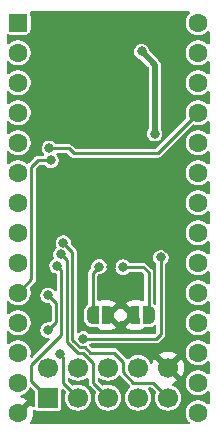
<source format=gbr>
%TF.GenerationSoftware,KiCad,Pcbnew,9.0.1*%
%TF.CreationDate,2025-06-21T09:46:43+01:00*%
%TF.ProjectId,SerialULA,53657269-616c-4554-9c41-2e6b69636164,02*%
%TF.SameCoordinates,Original*%
%TF.FileFunction,Copper,L2,Bot*%
%TF.FilePolarity,Positive*%
%FSLAX46Y46*%
G04 Gerber Fmt 4.6, Leading zero omitted, Abs format (unit mm)*
G04 Created by KiCad (PCBNEW 9.0.1) date 2025-06-21 09:46:43*
%MOMM*%
%LPD*%
G01*
G04 APERTURE LIST*
G04 Aperture macros list*
%AMRoundRect*
0 Rectangle with rounded corners*
0 $1 Rounding radius*
0 $2 $3 $4 $5 $6 $7 $8 $9 X,Y pos of 4 corners*
0 Add a 4 corners polygon primitive as box body*
4,1,4,$2,$3,$4,$5,$6,$7,$8,$9,$2,$3,0*
0 Add four circle primitives for the rounded corners*
1,1,$1+$1,$2,$3*
1,1,$1+$1,$4,$5*
1,1,$1+$1,$6,$7*
1,1,$1+$1,$8,$9*
0 Add four rect primitives between the rounded corners*
20,1,$1+$1,$2,$3,$4,$5,0*
20,1,$1+$1,$4,$5,$6,$7,0*
20,1,$1+$1,$6,$7,$8,$9,0*
20,1,$1+$1,$8,$9,$2,$3,0*%
%AMFreePoly0*
4,1,23,0.500000,-0.750000,0.000000,-0.750000,0.000000,-0.745722,-0.065263,-0.745722,-0.191342,-0.711940,-0.304381,-0.646677,-0.396677,-0.554381,-0.461940,-0.441342,-0.495722,-0.315263,-0.495722,-0.250000,-0.500000,-0.250000,-0.500000,0.250000,-0.495722,0.250000,-0.495722,0.315263,-0.461940,0.441342,-0.396677,0.554381,-0.304381,0.646677,-0.191342,0.711940,-0.065263,0.745722,0.000000,0.745722,
0.000000,0.750000,0.500000,0.750000,0.500000,-0.750000,0.500000,-0.750000,$1*%
%AMFreePoly1*
4,1,23,0.000000,0.745722,0.065263,0.745722,0.191342,0.711940,0.304381,0.646677,0.396677,0.554381,0.461940,0.441342,0.495722,0.315263,0.495722,0.250000,0.500000,0.250000,0.500000,-0.250000,0.495722,-0.250000,0.495722,-0.315263,0.461940,-0.441342,0.396677,-0.554381,0.304381,-0.646677,0.191342,-0.711940,0.065263,-0.745722,0.000000,-0.745722,0.000000,-0.750000,-0.500000,-0.750000,
-0.500000,0.750000,0.000000,0.750000,0.000000,0.745722,0.000000,0.745722,$1*%
G04 Aperture macros list end*
%TA.AperFunction,ComponentPad*%
%ADD10R,1.700000X1.700000*%
%TD*%
%TA.AperFunction,ComponentPad*%
%ADD11C,1.700000*%
%TD*%
%TA.AperFunction,ComponentPad*%
%ADD12RoundRect,0.250000X-0.550000X-0.550000X0.550000X-0.550000X0.550000X0.550000X-0.550000X0.550000X0*%
%TD*%
%TA.AperFunction,ComponentPad*%
%ADD13C,1.600000*%
%TD*%
%TA.AperFunction,SMDPad,CuDef*%
%ADD14FreePoly0,180.000000*%
%TD*%
%TA.AperFunction,SMDPad,CuDef*%
%ADD15FreePoly1,180.000000*%
%TD*%
%TA.AperFunction,SMDPad,CuDef*%
%ADD16FreePoly0,0.000000*%
%TD*%
%TA.AperFunction,SMDPad,CuDef*%
%ADD17FreePoly1,0.000000*%
%TD*%
%TA.AperFunction,ViaPad*%
%ADD18C,0.800000*%
%TD*%
%TA.AperFunction,Conductor*%
%ADD19C,0.500000*%
%TD*%
%TA.AperFunction,Conductor*%
%ADD20C,0.400000*%
%TD*%
%TA.AperFunction,Conductor*%
%ADD21C,0.250000*%
%TD*%
G04 APERTURE END LIST*
D10*
%TO.P,J1,1,Pin_1*%
%TO.N,/TCK*%
X80523000Y-71623000D03*
D11*
%TO.P,J1,2,Pin_2*%
%TO.N,GND*%
X80523000Y-69083000D03*
%TO.P,J1,3,Pin_3*%
%TO.N,/TDO*%
X83063000Y-71623000D03*
%TO.P,J1,4,Pin_4*%
%TO.N,+3.3V*%
X83063000Y-69083000D03*
%TO.P,J1,5,Pin_5*%
%TO.N,/TMS*%
X85603000Y-71623000D03*
%TO.P,J1,6,Pin_6*%
%TO.N,unconnected-(J1-Pin_6-Pad6)*%
X85603000Y-69083000D03*
%TO.P,J1,7,Pin_7*%
%TO.N,unconnected-(J1-Pin_7-Pad7)*%
X88143000Y-71623000D03*
%TO.P,J1,8,Pin_8*%
%TO.N,unconnected-(J1-Pin_8-Pad8)*%
X88143000Y-69083000D03*
%TO.P,J1,9,Pin_9*%
%TO.N,/TDI*%
X90683000Y-71623000D03*
%TO.P,J1,10,Pin_10*%
%TO.N,GND*%
X90683000Y-69083000D03*
%TD*%
D12*
%TO.P,U4,1,D0*%
%TO.N,/D0*%
X77983000Y-39873000D03*
D13*
%TO.P,U4,2,D1*%
%TO.N,/D1*%
X77983000Y-42413000D03*
%TO.P,U4,3,D2*%
%TO.N,/D2*%
X77983000Y-44953000D03*
%TO.P,U4,4,D3*%
%TO.N,/D3*%
X77983000Y-47493000D03*
%TO.P,U4,5,D4*%
%TO.N,/D4*%
X77983000Y-50033000D03*
%TO.P,U4,6,D5*%
%TO.N,/D5*%
X77983000Y-52573000D03*
%TO.P,U4,7,D6*%
%TO.N,/D6*%
X77983000Y-55113000D03*
%TO.P,U4,8,D7*%
%TO.N,/D7*%
X77983000Y-57653000D03*
%TO.P,U4,9,~{CS}*%
%TO.N,/~{CS}*%
X77983000Y-60193000D03*
%TO.P,U4,10,E*%
%TO.N,/E*%
X77983000Y-62733000D03*
%TO.P,U4,11,CasMotor*%
%TO.N,/CasMotor*%
X77983000Y-65273000D03*
%TO.P,U4,12,CasIn*%
%TO.N,/CasIn*%
X77983000Y-67813000D03*
%TO.P,U4,13,DCD*%
%TO.N,/DCD*%
X77983000Y-70353000D03*
%TO.P,U4,14,GND*%
%TO.N,GND*%
X77983000Y-72893000D03*
%TO.P,U4,15,CR*%
%TO.N,unconnected-(U4-CR-Pad15)*%
X93223000Y-72893000D03*
%TO.P,U4,16,Din*%
%TO.N,/Din*%
X93223000Y-70353000D03*
%TO.P,U4,17,RxD*%
%TO.N,/RxD*%
X93223000Y-67813000D03*
%TO.P,U4,18,RxC*%
%TO.N,/RxC*%
X93223000Y-65273000D03*
%TO.P,U4,19,CTSO*%
%TO.N,/CTSO*%
X93223000Y-62733000D03*
%TO.P,U4,20,CTSI*%
%TO.N,/CTSI*%
X93223000Y-60193000D03*
%TO.P,U4,21,Dout*%
%TO.N,/Dout*%
X93223000Y-57653000D03*
%TO.P,U4,22,TxD*%
%TO.N,/TxD*%
X93223000Y-55113000D03*
%TO.P,U4,23,RTSO*%
%TO.N,/RTSO*%
X93223000Y-52573000D03*
%TO.P,U4,24,RTSI*%
%TO.N,/RTSI*%
X93223000Y-50033000D03*
%TO.P,U4,25,Clk*%
%TO.N,/Clk*%
X93223000Y-47493000D03*
%TO.P,U4,26,TxC*%
%TO.N,/TxC*%
X93223000Y-44953000D03*
%TO.P,U4,27,CasOut*%
%TO.N,/CasOut*%
X93223000Y-42413000D03*
%TO.P,U4,28,VCC*%
%TO.N,+5V*%
X93223000Y-39873000D03*
%TD*%
D14*
%TO.P,JP1,1,A*%
%TO.N,GND*%
X85618000Y-64638000D03*
D15*
%TO.P,JP1,2,B*%
%TO.N,Net-(JP1-B)*%
X84318000Y-64638000D03*
%TD*%
D16*
%TO.P,JP2,1,A*%
%TO.N,GND*%
X87747000Y-64638000D03*
D17*
%TO.P,JP2,2,B*%
%TO.N,Net-(JP2-B)*%
X89047000Y-64638000D03*
%TD*%
D18*
%TO.N,GND*%
X90688319Y-51508000D03*
X91699000Y-41905000D03*
X90886200Y-65654000D03*
X85857000Y-60574000D03*
X80015000Y-61336000D03*
X91723940Y-47745279D03*
X91692686Y-61258000D03*
X81285000Y-54783000D03*
X88433001Y-44541304D03*
X88778000Y-39619000D03*
X89653000Y-58833000D03*
%TO.N,/CasIn*%
X80521000Y-62967958D03*
X80521000Y-65908000D03*
%TO.N,/E*%
X80759097Y-51539096D03*
%TO.N,/Clk*%
X80633350Y-50506995D03*
%TO.N,/TCK*%
X81285000Y-60447000D03*
%TO.N,/TDO*%
X90073467Y-59740309D03*
X83511000Y-66637001D03*
X81539000Y-67940000D03*
%TO.N,/TDI*%
X81826525Y-58524021D03*
%TO.N,/TMS*%
X81601229Y-59498314D03*
%TO.N,+3.3V*%
X89540000Y-49271000D03*
X88433000Y-42310819D03*
%TO.N,Net-(JP2-B)*%
X86873000Y-60574000D03*
%TO.N,Net-(JP1-B)*%
X84852999Y-60521924D03*
%TD*%
D19*
%TO.N,GND*%
X89653000Y-58833000D02*
X85894000Y-58833000D01*
X85857000Y-58796000D02*
X85857000Y-54859000D01*
X85857000Y-60574000D02*
X85857000Y-58796000D01*
X85894000Y-58833000D02*
X85857000Y-58796000D01*
X85857000Y-62748000D02*
X86675000Y-63566000D01*
X91064000Y-39619000D02*
X91699000Y-40254000D01*
X90369653Y-58833000D02*
X91692686Y-60156033D01*
X85857000Y-60574000D02*
X85857000Y-62748000D01*
X88778000Y-39619000D02*
X91064000Y-39619000D01*
X89653000Y-58833000D02*
X90369653Y-58833000D01*
X86675000Y-63566000D02*
X87747000Y-64638000D01*
X88778000Y-39619000D02*
X88016000Y-39619000D01*
X85857000Y-54859000D02*
X85857000Y-51811000D01*
X88016000Y-39619000D02*
X87424490Y-40210510D01*
X86675000Y-63566000D02*
X86675000Y-63581000D01*
X87424490Y-40210510D02*
X87424490Y-43532793D01*
X91699000Y-40254000D02*
X91699000Y-41905000D01*
X91692686Y-60156033D02*
X91692686Y-61258000D01*
X81285000Y-54783000D02*
X85781000Y-54783000D01*
X91699000Y-41905000D02*
X91699000Y-47720339D01*
X91699000Y-47720339D02*
X91723940Y-47745279D01*
X87424490Y-43532793D02*
X88433001Y-44541304D01*
X85857000Y-51811000D02*
X90385319Y-51811000D01*
D20*
X90886200Y-62064486D02*
X91692686Y-61258000D01*
D19*
X91713840Y-47745422D02*
X91699000Y-47730582D01*
D20*
X90886200Y-65654000D02*
X90886200Y-62064486D01*
D19*
X90385319Y-51811000D02*
X90688319Y-51508000D01*
X85781000Y-54783000D02*
X85857000Y-54859000D01*
X86675000Y-63581000D02*
X85618000Y-64638000D01*
D21*
%TO.N,/CasIn*%
X81197000Y-65232000D02*
X81197000Y-63643958D01*
X80521000Y-65908000D02*
X81197000Y-65232000D01*
X81197000Y-63643958D02*
X80521000Y-62967958D01*
%TO.N,/E*%
X79109000Y-61607000D02*
X79109000Y-52065000D01*
X80759097Y-51539096D02*
X79634904Y-51539096D01*
X79634904Y-51539096D02*
X79109000Y-52065000D01*
X77983000Y-62733000D02*
X79109000Y-61607000D01*
%TO.N,/Clk*%
X82266995Y-50506995D02*
X82682000Y-50922000D01*
X82682000Y-50922000D02*
X89794000Y-50922000D01*
X80633350Y-50506995D02*
X82266995Y-50506995D01*
X89794000Y-50922000D02*
X93223000Y-47493000D01*
%TO.N,/TCK*%
X79109000Y-70209000D02*
X80523000Y-71623000D01*
X79109000Y-68833884D02*
X79109000Y-70209000D01*
X81285000Y-60447000D02*
X81648000Y-60810000D01*
X81648000Y-60810000D02*
X81648000Y-66294884D01*
X81648000Y-66294884D02*
X79109000Y-68833884D01*
%TO.N,/TDO*%
X89699999Y-66637001D02*
X83511000Y-66637001D01*
X90073467Y-66263533D02*
X89699999Y-66637001D01*
X83063000Y-71623000D02*
X81793000Y-70353000D01*
X81793000Y-70353000D02*
X81793000Y-68194000D01*
X81793000Y-68194000D02*
X81539000Y-67940000D01*
X90073467Y-64231533D02*
X90073467Y-66263533D01*
X90073467Y-64231533D02*
X90073467Y-59740309D01*
%TO.N,/TDI*%
X89413000Y-70353000D02*
X90683000Y-71623000D01*
X82550000Y-66702720D02*
X83209279Y-67362000D01*
X86873000Y-69476116D02*
X87749884Y-70353000D01*
X87749884Y-70353000D02*
X89413000Y-70353000D01*
X81826525Y-58524021D02*
X82550000Y-59247496D01*
X82550000Y-59247496D02*
X82550000Y-66702720D01*
X86873000Y-68575000D02*
X86873000Y-69476116D01*
X84086463Y-67805537D02*
X86103537Y-67805537D01*
X83642926Y-67362000D02*
X84086463Y-67805537D01*
X86103537Y-67805537D02*
X86873000Y-68575000D01*
X83209279Y-67362000D02*
X83642926Y-67362000D01*
%TO.N,/TMS*%
X84333000Y-70353000D02*
X85603000Y-71623000D01*
X83022469Y-67813000D02*
X83456116Y-67813000D01*
X82099000Y-66889532D02*
X83022469Y-67813000D01*
X83456116Y-67813000D02*
X84333000Y-68689884D01*
X81601229Y-59498314D02*
X82099000Y-59996084D01*
X84333000Y-68689884D02*
X84333000Y-70353000D01*
X82099000Y-59996084D02*
X82099000Y-66889532D01*
D19*
%TO.N,+3.3V*%
X89540000Y-49271000D02*
X89540000Y-43417819D01*
X89540000Y-43417819D02*
X88433000Y-42310819D01*
D21*
%TO.N,Net-(JP2-B)*%
X89047000Y-61020800D02*
X88600200Y-60574000D01*
X89047000Y-64638000D02*
X89047000Y-61020800D01*
X88600200Y-60574000D02*
X86873000Y-60574000D01*
%TO.N,Net-(JP1-B)*%
X84318000Y-61056923D02*
X84852999Y-60521924D01*
X84318000Y-64638000D02*
X84318000Y-61056923D01*
%TD*%
%TA.AperFunction,Conductor*%
%TO.N,GND*%
G36*
X94111834Y-48197968D02*
G01*
X94167767Y-48239840D01*
X94192184Y-48305304D01*
X94192500Y-48314150D01*
X94192500Y-49211850D01*
X94172815Y-49278889D01*
X94120011Y-49324644D01*
X94050853Y-49334588D01*
X93987297Y-49305563D01*
X93980819Y-49299531D01*
X93895207Y-49213919D01*
X93895203Y-49213916D01*
X93722490Y-49098512D01*
X93722488Y-49098511D01*
X93530590Y-49019025D01*
X93530578Y-49019022D01*
X93326862Y-48978500D01*
X93326859Y-48978500D01*
X93119141Y-48978500D01*
X93119138Y-48978500D01*
X92915421Y-49019022D01*
X92915409Y-49019025D01*
X92723511Y-49098511D01*
X92723509Y-49098512D01*
X92550796Y-49213916D01*
X92550792Y-49213919D01*
X92403919Y-49360792D01*
X92403916Y-49360796D01*
X92288512Y-49533509D01*
X92288511Y-49533511D01*
X92209025Y-49725409D01*
X92209022Y-49725421D01*
X92168500Y-49929136D01*
X92168500Y-50136863D01*
X92209022Y-50340578D01*
X92209025Y-50340590D01*
X92288511Y-50532488D01*
X92288512Y-50532490D01*
X92403916Y-50705203D01*
X92403919Y-50705207D01*
X92550792Y-50852080D01*
X92550796Y-50852083D01*
X92723507Y-50967486D01*
X92723508Y-50967486D01*
X92723509Y-50967487D01*
X92723511Y-50967488D01*
X92839129Y-51015378D01*
X92915414Y-51046976D01*
X93076057Y-51078930D01*
X93119136Y-51087499D01*
X93119139Y-51087500D01*
X93119141Y-51087500D01*
X93326861Y-51087500D01*
X93326862Y-51087499D01*
X93530586Y-51046976D01*
X93722493Y-50967486D01*
X93895204Y-50852083D01*
X93930275Y-50817012D01*
X93980819Y-50766469D01*
X94042142Y-50732984D01*
X94111834Y-50737968D01*
X94167767Y-50779840D01*
X94192184Y-50845304D01*
X94192500Y-50854150D01*
X94192500Y-51751850D01*
X94172815Y-51818889D01*
X94120011Y-51864644D01*
X94050853Y-51874588D01*
X93987297Y-51845563D01*
X93980819Y-51839531D01*
X93895207Y-51753919D01*
X93895203Y-51753916D01*
X93722490Y-51638512D01*
X93722488Y-51638511D01*
X93530590Y-51559025D01*
X93530578Y-51559022D01*
X93326862Y-51518500D01*
X93326859Y-51518500D01*
X93119141Y-51518500D01*
X93119138Y-51518500D01*
X92915421Y-51559022D01*
X92915409Y-51559025D01*
X92723511Y-51638511D01*
X92723509Y-51638512D01*
X92550796Y-51753916D01*
X92550792Y-51753919D01*
X92403919Y-51900792D01*
X92403916Y-51900796D01*
X92288512Y-52073509D01*
X92288511Y-52073511D01*
X92209025Y-52265409D01*
X92209022Y-52265421D01*
X92168500Y-52469136D01*
X92168500Y-52676863D01*
X92209022Y-52880578D01*
X92209025Y-52880590D01*
X92288511Y-53072488D01*
X92288512Y-53072490D01*
X92403916Y-53245203D01*
X92403919Y-53245207D01*
X92550792Y-53392080D01*
X92550796Y-53392083D01*
X92723507Y-53507486D01*
X92723508Y-53507486D01*
X92723509Y-53507487D01*
X92723511Y-53507488D01*
X92885120Y-53574428D01*
X92915414Y-53586976D01*
X93119136Y-53627499D01*
X93119139Y-53627500D01*
X93119141Y-53627500D01*
X93326861Y-53627500D01*
X93326862Y-53627499D01*
X93530586Y-53586976D01*
X93722493Y-53507486D01*
X93895204Y-53392083D01*
X93901983Y-53385304D01*
X93980819Y-53306469D01*
X94042142Y-53272984D01*
X94111834Y-53277968D01*
X94167767Y-53319840D01*
X94192184Y-53385304D01*
X94192500Y-53394150D01*
X94192500Y-54291850D01*
X94172815Y-54358889D01*
X94120011Y-54404644D01*
X94050853Y-54414588D01*
X93987297Y-54385563D01*
X93980819Y-54379531D01*
X93895207Y-54293919D01*
X93895203Y-54293916D01*
X93722490Y-54178512D01*
X93722488Y-54178511D01*
X93530590Y-54099025D01*
X93530578Y-54099022D01*
X93326862Y-54058500D01*
X93326859Y-54058500D01*
X93119141Y-54058500D01*
X93119138Y-54058500D01*
X92915421Y-54099022D01*
X92915409Y-54099025D01*
X92723511Y-54178511D01*
X92723509Y-54178512D01*
X92550796Y-54293916D01*
X92550792Y-54293919D01*
X92403919Y-54440792D01*
X92403916Y-54440796D01*
X92288512Y-54613509D01*
X92288511Y-54613511D01*
X92209025Y-54805409D01*
X92209022Y-54805421D01*
X92168500Y-55009136D01*
X92168500Y-55216863D01*
X92209022Y-55420578D01*
X92209025Y-55420590D01*
X92288511Y-55612488D01*
X92288512Y-55612490D01*
X92403916Y-55785203D01*
X92403919Y-55785207D01*
X92550792Y-55932080D01*
X92550796Y-55932083D01*
X92723507Y-56047486D01*
X92723508Y-56047486D01*
X92723509Y-56047487D01*
X92723511Y-56047488D01*
X92885120Y-56114428D01*
X92915414Y-56126976D01*
X93119136Y-56167499D01*
X93119139Y-56167500D01*
X93119141Y-56167500D01*
X93326861Y-56167500D01*
X93326862Y-56167499D01*
X93530586Y-56126976D01*
X93722493Y-56047486D01*
X93895204Y-55932083D01*
X93936471Y-55890816D01*
X93980819Y-55846469D01*
X94042142Y-55812984D01*
X94111834Y-55817968D01*
X94167767Y-55859840D01*
X94192184Y-55925304D01*
X94192500Y-55934150D01*
X94192500Y-56831850D01*
X94172815Y-56898889D01*
X94120011Y-56944644D01*
X94050853Y-56954588D01*
X93987297Y-56925563D01*
X93980819Y-56919531D01*
X93895207Y-56833919D01*
X93895203Y-56833916D01*
X93722490Y-56718512D01*
X93722488Y-56718511D01*
X93530590Y-56639025D01*
X93530578Y-56639022D01*
X93326862Y-56598500D01*
X93326859Y-56598500D01*
X93119141Y-56598500D01*
X93119138Y-56598500D01*
X92915421Y-56639022D01*
X92915409Y-56639025D01*
X92723511Y-56718511D01*
X92723509Y-56718512D01*
X92550796Y-56833916D01*
X92550792Y-56833919D01*
X92403919Y-56980792D01*
X92403916Y-56980796D01*
X92288512Y-57153509D01*
X92288511Y-57153511D01*
X92209025Y-57345409D01*
X92209022Y-57345421D01*
X92168500Y-57549136D01*
X92168500Y-57756863D01*
X92209022Y-57960578D01*
X92209025Y-57960590D01*
X92288511Y-58152488D01*
X92288512Y-58152490D01*
X92403916Y-58325203D01*
X92403919Y-58325207D01*
X92550792Y-58472080D01*
X92550796Y-58472083D01*
X92723507Y-58587486D01*
X92723508Y-58587486D01*
X92723509Y-58587487D01*
X92723511Y-58587488D01*
X92794333Y-58616823D01*
X92915414Y-58666976D01*
X93119136Y-58707499D01*
X93119139Y-58707500D01*
X93119141Y-58707500D01*
X93326861Y-58707500D01*
X93326862Y-58707499D01*
X93530586Y-58666976D01*
X93722493Y-58587486D01*
X93895204Y-58472083D01*
X93907734Y-58459553D01*
X93980819Y-58386469D01*
X94042142Y-58352984D01*
X94111834Y-58357968D01*
X94167767Y-58399840D01*
X94192184Y-58465304D01*
X94192500Y-58474150D01*
X94192500Y-59371850D01*
X94172815Y-59438889D01*
X94120011Y-59484644D01*
X94050853Y-59494588D01*
X93987297Y-59465563D01*
X93980819Y-59459531D01*
X93895207Y-59373919D01*
X93895203Y-59373916D01*
X93722490Y-59258512D01*
X93722488Y-59258511D01*
X93530590Y-59179025D01*
X93530578Y-59179022D01*
X93326862Y-59138500D01*
X93326859Y-59138500D01*
X93119141Y-59138500D01*
X93119138Y-59138500D01*
X92915421Y-59179022D01*
X92915409Y-59179025D01*
X92723511Y-59258511D01*
X92723509Y-59258512D01*
X92550796Y-59373916D01*
X92550792Y-59373919D01*
X92403919Y-59520792D01*
X92403916Y-59520796D01*
X92288512Y-59693509D01*
X92288511Y-59693511D01*
X92209025Y-59885409D01*
X92209022Y-59885421D01*
X92168500Y-60089136D01*
X92168500Y-60296863D01*
X92209022Y-60500578D01*
X92209025Y-60500590D01*
X92288511Y-60692488D01*
X92288512Y-60692490D01*
X92403916Y-60865203D01*
X92403919Y-60865207D01*
X92550792Y-61012080D01*
X92550796Y-61012083D01*
X92723507Y-61127486D01*
X92723508Y-61127486D01*
X92723509Y-61127487D01*
X92723511Y-61127488D01*
X92860635Y-61184286D01*
X92915414Y-61206976D01*
X93119136Y-61247499D01*
X93119139Y-61247500D01*
X93119141Y-61247500D01*
X93326861Y-61247500D01*
X93326862Y-61247499D01*
X93530586Y-61206976D01*
X93722493Y-61127486D01*
X93895204Y-61012083D01*
X93936471Y-60970816D01*
X93980819Y-60926469D01*
X94042142Y-60892984D01*
X94111834Y-60897968D01*
X94167767Y-60939840D01*
X94192184Y-61005304D01*
X94192500Y-61014150D01*
X94192500Y-61911850D01*
X94172815Y-61978889D01*
X94120011Y-62024644D01*
X94050853Y-62034588D01*
X93987297Y-62005563D01*
X93980819Y-61999531D01*
X93895207Y-61913919D01*
X93895203Y-61913916D01*
X93722490Y-61798512D01*
X93722488Y-61798511D01*
X93530590Y-61719025D01*
X93530578Y-61719022D01*
X93326862Y-61678500D01*
X93326859Y-61678500D01*
X93119141Y-61678500D01*
X93119138Y-61678500D01*
X92915421Y-61719022D01*
X92915409Y-61719025D01*
X92723511Y-61798511D01*
X92723509Y-61798512D01*
X92550796Y-61913916D01*
X92550792Y-61913919D01*
X92403919Y-62060792D01*
X92403916Y-62060796D01*
X92288512Y-62233509D01*
X92288511Y-62233511D01*
X92209025Y-62425409D01*
X92209022Y-62425421D01*
X92168500Y-62629136D01*
X92168500Y-62836863D01*
X92209022Y-63040578D01*
X92209025Y-63040590D01*
X92288511Y-63232488D01*
X92288512Y-63232490D01*
X92403916Y-63405203D01*
X92403919Y-63405207D01*
X92550792Y-63552080D01*
X92550796Y-63552083D01*
X92723507Y-63667486D01*
X92723508Y-63667486D01*
X92723509Y-63667487D01*
X92723511Y-63667488D01*
X92874693Y-63730109D01*
X92915414Y-63746976D01*
X93044908Y-63772734D01*
X93119136Y-63787499D01*
X93119139Y-63787500D01*
X93119141Y-63787500D01*
X93326861Y-63787500D01*
X93326862Y-63787499D01*
X93530586Y-63746976D01*
X93722493Y-63667486D01*
X93895204Y-63552083D01*
X93901983Y-63545304D01*
X93980819Y-63466469D01*
X94042142Y-63432984D01*
X94111834Y-63437968D01*
X94167767Y-63479840D01*
X94192184Y-63545304D01*
X94192500Y-63554150D01*
X94192500Y-64451850D01*
X94172815Y-64518889D01*
X94120011Y-64564644D01*
X94050853Y-64574588D01*
X93987297Y-64545563D01*
X93980819Y-64539531D01*
X93895207Y-64453919D01*
X93895203Y-64453916D01*
X93722490Y-64338512D01*
X93722488Y-64338511D01*
X93530590Y-64259025D01*
X93530578Y-64259022D01*
X93326862Y-64218500D01*
X93326859Y-64218500D01*
X93119141Y-64218500D01*
X93119138Y-64218500D01*
X92915421Y-64259022D01*
X92915409Y-64259025D01*
X92723511Y-64338511D01*
X92723509Y-64338512D01*
X92550796Y-64453916D01*
X92550792Y-64453919D01*
X92403919Y-64600792D01*
X92403916Y-64600796D01*
X92288512Y-64773509D01*
X92288511Y-64773511D01*
X92209025Y-64965409D01*
X92209022Y-64965421D01*
X92168500Y-65169136D01*
X92168500Y-65376863D01*
X92209022Y-65580578D01*
X92209025Y-65580590D01*
X92288511Y-65772488D01*
X92288512Y-65772490D01*
X92403916Y-65945203D01*
X92403919Y-65945207D01*
X92550792Y-66092080D01*
X92550796Y-66092083D01*
X92723507Y-66207486D01*
X92723508Y-66207486D01*
X92723509Y-66207487D01*
X92723511Y-66207488D01*
X92915409Y-66286974D01*
X92915414Y-66286976D01*
X93107674Y-66325219D01*
X93119136Y-66327499D01*
X93119139Y-66327500D01*
X93119141Y-66327500D01*
X93326861Y-66327500D01*
X93326862Y-66327499D01*
X93530586Y-66286976D01*
X93722493Y-66207486D01*
X93895204Y-66092083D01*
X93932310Y-66054977D01*
X93980819Y-66006469D01*
X94042142Y-65972984D01*
X94111834Y-65977968D01*
X94167767Y-66019840D01*
X94192184Y-66085304D01*
X94192500Y-66094150D01*
X94192500Y-66991850D01*
X94172815Y-67058889D01*
X94120011Y-67104644D01*
X94050853Y-67114588D01*
X93987297Y-67085563D01*
X93980819Y-67079531D01*
X93895207Y-66993919D01*
X93895203Y-66993916D01*
X93722490Y-66878512D01*
X93722488Y-66878511D01*
X93530590Y-66799025D01*
X93530578Y-66799022D01*
X93326862Y-66758500D01*
X93326859Y-66758500D01*
X93119141Y-66758500D01*
X93119138Y-66758500D01*
X92915421Y-66799022D01*
X92915409Y-66799025D01*
X92723511Y-66878511D01*
X92723509Y-66878512D01*
X92550796Y-66993916D01*
X92550792Y-66993919D01*
X92403919Y-67140792D01*
X92403916Y-67140796D01*
X92288512Y-67313509D01*
X92288511Y-67313511D01*
X92209025Y-67505409D01*
X92209022Y-67505421D01*
X92168500Y-67709136D01*
X92168500Y-67916863D01*
X92209022Y-68120578D01*
X92209025Y-68120590D01*
X92288511Y-68312488D01*
X92288512Y-68312490D01*
X92403916Y-68485203D01*
X92403919Y-68485207D01*
X92550792Y-68632080D01*
X92550796Y-68632083D01*
X92723507Y-68747486D01*
X92723508Y-68747486D01*
X92723509Y-68747487D01*
X92723511Y-68747488D01*
X92885108Y-68814423D01*
X92915414Y-68826976D01*
X93119136Y-68867499D01*
X93119139Y-68867500D01*
X93119141Y-68867500D01*
X93326861Y-68867500D01*
X93326862Y-68867499D01*
X93530586Y-68826976D01*
X93722493Y-68747486D01*
X93895204Y-68632083D01*
X93926422Y-68600865D01*
X93980819Y-68546469D01*
X94042142Y-68512984D01*
X94111834Y-68517968D01*
X94167767Y-68559840D01*
X94192184Y-68625304D01*
X94192500Y-68634150D01*
X94192500Y-69531850D01*
X94172815Y-69598889D01*
X94120011Y-69644644D01*
X94050853Y-69654588D01*
X93987297Y-69625563D01*
X93980819Y-69619531D01*
X93895207Y-69533919D01*
X93895203Y-69533916D01*
X93722490Y-69418512D01*
X93722488Y-69418511D01*
X93530590Y-69339025D01*
X93530578Y-69339022D01*
X93326862Y-69298500D01*
X93326859Y-69298500D01*
X93119141Y-69298500D01*
X93119138Y-69298500D01*
X92915421Y-69339022D01*
X92915409Y-69339025D01*
X92723511Y-69418511D01*
X92723509Y-69418512D01*
X92550796Y-69533916D01*
X92550792Y-69533919D01*
X92403919Y-69680792D01*
X92403916Y-69680796D01*
X92288512Y-69853509D01*
X92288511Y-69853511D01*
X92209025Y-70045409D01*
X92209022Y-70045421D01*
X92168500Y-70249136D01*
X92168500Y-70456863D01*
X92209022Y-70660578D01*
X92209025Y-70660590D01*
X92288511Y-70852488D01*
X92288512Y-70852490D01*
X92403916Y-71025203D01*
X92403919Y-71025207D01*
X92550792Y-71172080D01*
X92550796Y-71172083D01*
X92723507Y-71287486D01*
X92723508Y-71287486D01*
X92723509Y-71287487D01*
X92723511Y-71287488D01*
X92909091Y-71364357D01*
X92915414Y-71366976D01*
X93092471Y-71402195D01*
X93119136Y-71407499D01*
X93119139Y-71407500D01*
X93119141Y-71407500D01*
X93326861Y-71407500D01*
X93326862Y-71407499D01*
X93530586Y-71366976D01*
X93722493Y-71287486D01*
X93895204Y-71172083D01*
X93909941Y-71157346D01*
X93980819Y-71086469D01*
X94042142Y-71052984D01*
X94111834Y-71057968D01*
X94167767Y-71099840D01*
X94192184Y-71165304D01*
X94192500Y-71174150D01*
X94192500Y-72071850D01*
X94172815Y-72138889D01*
X94120011Y-72184644D01*
X94050853Y-72194588D01*
X93987297Y-72165563D01*
X93980819Y-72159531D01*
X93895207Y-72073919D01*
X93895203Y-72073916D01*
X93722490Y-71958512D01*
X93722488Y-71958511D01*
X93530590Y-71879025D01*
X93530578Y-71879022D01*
X93326862Y-71838500D01*
X93326859Y-71838500D01*
X93119141Y-71838500D01*
X93119138Y-71838500D01*
X92915421Y-71879022D01*
X92915409Y-71879025D01*
X92723511Y-71958511D01*
X92723509Y-71958512D01*
X92550796Y-72073916D01*
X92550792Y-72073919D01*
X92403919Y-72220792D01*
X92403916Y-72220796D01*
X92288512Y-72393509D01*
X92288511Y-72393511D01*
X92209025Y-72585409D01*
X92209022Y-72585421D01*
X92168500Y-72789136D01*
X92168500Y-72996863D01*
X92209022Y-73200578D01*
X92209025Y-73200590D01*
X92288511Y-73392488D01*
X92288512Y-73392490D01*
X92403916Y-73565203D01*
X92403919Y-73565207D01*
X92489531Y-73650819D01*
X92523016Y-73712142D01*
X92518032Y-73781834D01*
X92476160Y-73837767D01*
X92410696Y-73862184D01*
X92401850Y-73862500D01*
X79128870Y-73862500D01*
X79061831Y-73842815D01*
X79016076Y-73790011D01*
X79006132Y-73720853D01*
X79028552Y-73665615D01*
X79094857Y-73574352D01*
X79187755Y-73392031D01*
X79250990Y-73197417D01*
X79283000Y-72995317D01*
X79283000Y-72790682D01*
X79278581Y-72762783D01*
X79287535Y-72693490D01*
X79332531Y-72640038D01*
X79399283Y-72619398D01*
X79466597Y-72638123D01*
X79488735Y-72655704D01*
X79489514Y-72656483D01*
X79510703Y-72670641D01*
X79573699Y-72712734D01*
X79573702Y-72712734D01*
X79573703Y-72712735D01*
X79598666Y-72717700D01*
X79647933Y-72727500D01*
X81398066Y-72727499D01*
X81472301Y-72712734D01*
X81556484Y-72656484D01*
X81612734Y-72572301D01*
X81627500Y-72498067D01*
X81627499Y-71023554D01*
X81647184Y-70956516D01*
X81699987Y-70910761D01*
X81769146Y-70900817D01*
X81832702Y-70929842D01*
X81839180Y-70935874D01*
X82001115Y-71097809D01*
X82034600Y-71159132D01*
X82031365Y-71223808D01*
X81985697Y-71364357D01*
X81985697Y-71364360D01*
X81958500Y-71536074D01*
X81958500Y-71709925D01*
X81985697Y-71881639D01*
X81985697Y-71881642D01*
X82039418Y-72046978D01*
X82118347Y-72201884D01*
X82220535Y-72342533D01*
X82343467Y-72465465D01*
X82484116Y-72567653D01*
X82622421Y-72638123D01*
X82639021Y-72646581D01*
X82804358Y-72700302D01*
X82804359Y-72700302D01*
X82804362Y-72700303D01*
X82976074Y-72727500D01*
X82976075Y-72727500D01*
X83149925Y-72727500D01*
X83149926Y-72727500D01*
X83321638Y-72700303D01*
X83321641Y-72700302D01*
X83321642Y-72700302D01*
X83486978Y-72646581D01*
X83486978Y-72646580D01*
X83486981Y-72646580D01*
X83641884Y-72567653D01*
X83782533Y-72465465D01*
X83905465Y-72342533D01*
X84007653Y-72201884D01*
X84086580Y-72046981D01*
X84140303Y-71881638D01*
X84167500Y-71709926D01*
X84167500Y-71536074D01*
X84140303Y-71364362D01*
X84140302Y-71364358D01*
X84140302Y-71364357D01*
X84086581Y-71199021D01*
X84069401Y-71165304D01*
X84007653Y-71044116D01*
X83905465Y-70903467D01*
X83782533Y-70780535D01*
X83641884Y-70678347D01*
X83607026Y-70660586D01*
X83486978Y-70599418D01*
X83321641Y-70545697D01*
X83192854Y-70525299D01*
X83149926Y-70518500D01*
X82976074Y-70518500D01*
X82918836Y-70527565D01*
X82804360Y-70545697D01*
X82804357Y-70545697D01*
X82663808Y-70591365D01*
X82593967Y-70593360D01*
X82537809Y-70561115D01*
X82208819Y-70232125D01*
X82194115Y-70205197D01*
X82177523Y-70179379D01*
X82176631Y-70173178D01*
X82175334Y-70170802D01*
X82172500Y-70144444D01*
X82172500Y-70044613D01*
X82192185Y-69977574D01*
X82244989Y-69931819D01*
X82314147Y-69921875D01*
X82369384Y-69944295D01*
X82402666Y-69968476D01*
X82484111Y-70027650D01*
X82484113Y-70027651D01*
X82484116Y-70027653D01*
X82639019Y-70106580D01*
X82639021Y-70106581D01*
X82804358Y-70160302D01*
X82804359Y-70160302D01*
X82804362Y-70160303D01*
X82976074Y-70187500D01*
X82976075Y-70187500D01*
X83149925Y-70187500D01*
X83149926Y-70187500D01*
X83321638Y-70160303D01*
X83321641Y-70160302D01*
X83321642Y-70160302D01*
X83486978Y-70106581D01*
X83486978Y-70106580D01*
X83486981Y-70106580D01*
X83641884Y-70027653D01*
X83756614Y-69944295D01*
X83822420Y-69920815D01*
X83890474Y-69936640D01*
X83939169Y-69986745D01*
X83953500Y-70044613D01*
X83953500Y-70303034D01*
X83953499Y-70303038D01*
X83953499Y-70402962D01*
X83957385Y-70417463D01*
X83960753Y-70430035D01*
X83960754Y-70430039D01*
X83979362Y-70499483D01*
X83979363Y-70499484D01*
X84029321Y-70586015D01*
X84029325Y-70586020D01*
X84107046Y-70663741D01*
X84107052Y-70663746D01*
X84541115Y-71097809D01*
X84574600Y-71159132D01*
X84571365Y-71223808D01*
X84525697Y-71364357D01*
X84525697Y-71364360D01*
X84498500Y-71536074D01*
X84498500Y-71709925D01*
X84525697Y-71881639D01*
X84525697Y-71881642D01*
X84579418Y-72046978D01*
X84658347Y-72201884D01*
X84760535Y-72342533D01*
X84883467Y-72465465D01*
X85024116Y-72567653D01*
X85162421Y-72638123D01*
X85179021Y-72646581D01*
X85344358Y-72700302D01*
X85344359Y-72700302D01*
X85344362Y-72700303D01*
X85516074Y-72727500D01*
X85516075Y-72727500D01*
X85689925Y-72727500D01*
X85689926Y-72727500D01*
X85861638Y-72700303D01*
X85861641Y-72700302D01*
X85861642Y-72700302D01*
X86026978Y-72646581D01*
X86026978Y-72646580D01*
X86026981Y-72646580D01*
X86181884Y-72567653D01*
X86322533Y-72465465D01*
X86445465Y-72342533D01*
X86547653Y-72201884D01*
X86626580Y-72046981D01*
X86680303Y-71881638D01*
X86707500Y-71709926D01*
X86707500Y-71536074D01*
X86680303Y-71364362D01*
X86680302Y-71364358D01*
X86680302Y-71364357D01*
X86626581Y-71199021D01*
X86609401Y-71165304D01*
X86547653Y-71044116D01*
X86445465Y-70903467D01*
X86322533Y-70780535D01*
X86181884Y-70678347D01*
X86147026Y-70660586D01*
X86026978Y-70599418D01*
X85861641Y-70545697D01*
X85732854Y-70525299D01*
X85689926Y-70518500D01*
X85516074Y-70518500D01*
X85458836Y-70527565D01*
X85344360Y-70545697D01*
X85344357Y-70545697D01*
X85203808Y-70591365D01*
X85133967Y-70593360D01*
X85077809Y-70561115D01*
X84748819Y-70232125D01*
X84734115Y-70205197D01*
X84717523Y-70179379D01*
X84716631Y-70173178D01*
X84715334Y-70170802D01*
X84712500Y-70144444D01*
X84712500Y-70044613D01*
X84732185Y-69977574D01*
X84784989Y-69931819D01*
X84854147Y-69921875D01*
X84909384Y-69944295D01*
X84942666Y-69968476D01*
X85024111Y-70027650D01*
X85024113Y-70027651D01*
X85024116Y-70027653D01*
X85179019Y-70106580D01*
X85179021Y-70106581D01*
X85344358Y-70160302D01*
X85344359Y-70160302D01*
X85344362Y-70160303D01*
X85516074Y-70187500D01*
X85516075Y-70187500D01*
X85689925Y-70187500D01*
X85689926Y-70187500D01*
X85861638Y-70160303D01*
X85861641Y-70160302D01*
X85861642Y-70160302D01*
X86026978Y-70106581D01*
X86026978Y-70106580D01*
X86026981Y-70106580D01*
X86181884Y-70027653D01*
X86322533Y-69925465D01*
X86445465Y-69802533D01*
X86448769Y-69797986D01*
X86451549Y-69794160D01*
X86466350Y-69782745D01*
X86477552Y-69767780D01*
X86493443Y-69761851D01*
X86506877Y-69751492D01*
X86525503Y-69749891D01*
X86543015Y-69743359D01*
X86559588Y-69746963D01*
X86576491Y-69745511D01*
X86593024Y-69754234D01*
X86611289Y-69758206D01*
X86636926Y-69777397D01*
X86638287Y-69778115D01*
X86639544Y-69779355D01*
X86647046Y-69786856D01*
X87441867Y-70581677D01*
X87441888Y-70581700D01*
X87446638Y-70586450D01*
X87447250Y-70587572D01*
X87449445Y-70589975D01*
X87449455Y-70589987D01*
X87448846Y-70590494D01*
X87480123Y-70647773D01*
X87475139Y-70717465D01*
X87433267Y-70773398D01*
X87431849Y-70774445D01*
X87423467Y-70780535D01*
X87423465Y-70780537D01*
X87423464Y-70780537D01*
X87300537Y-70903464D01*
X87300537Y-70903465D01*
X87300535Y-70903467D01*
X87256649Y-70963869D01*
X87198347Y-71044115D01*
X87119418Y-71199021D01*
X87065697Y-71364357D01*
X87065697Y-71364360D01*
X87038500Y-71536074D01*
X87038500Y-71709925D01*
X87065697Y-71881639D01*
X87065697Y-71881642D01*
X87119418Y-72046978D01*
X87198347Y-72201884D01*
X87300535Y-72342533D01*
X87423467Y-72465465D01*
X87564116Y-72567653D01*
X87702421Y-72638123D01*
X87719021Y-72646581D01*
X87884358Y-72700302D01*
X87884359Y-72700302D01*
X87884362Y-72700303D01*
X88056074Y-72727500D01*
X88056075Y-72727500D01*
X88229925Y-72727500D01*
X88229926Y-72727500D01*
X88401638Y-72700303D01*
X88401641Y-72700302D01*
X88401642Y-72700302D01*
X88566978Y-72646581D01*
X88566978Y-72646580D01*
X88566981Y-72646580D01*
X88721884Y-72567653D01*
X88862533Y-72465465D01*
X88985465Y-72342533D01*
X89087653Y-72201884D01*
X89166580Y-72046981D01*
X89220303Y-71881638D01*
X89247500Y-71709926D01*
X89247500Y-71536074D01*
X89220303Y-71364362D01*
X89220302Y-71364358D01*
X89220302Y-71364357D01*
X89166581Y-71199021D01*
X89149401Y-71165304D01*
X89087653Y-71044116D01*
X89004295Y-70929385D01*
X89000063Y-70917524D01*
X88991820Y-70908011D01*
X88988546Y-70885246D01*
X88980816Y-70863580D01*
X88983667Y-70851315D01*
X88981876Y-70838853D01*
X88991431Y-70817929D01*
X88996641Y-70795526D01*
X89005670Y-70786751D01*
X89010901Y-70775297D01*
X89030253Y-70762859D01*
X89046747Y-70746831D01*
X89060492Y-70743426D01*
X89069679Y-70737523D01*
X89104614Y-70732500D01*
X89204444Y-70732500D01*
X89271483Y-70752185D01*
X89292125Y-70768819D01*
X89621115Y-71097809D01*
X89654600Y-71159132D01*
X89651365Y-71223808D01*
X89605697Y-71364357D01*
X89605697Y-71364360D01*
X89578500Y-71536074D01*
X89578500Y-71709925D01*
X89605697Y-71881639D01*
X89605697Y-71881642D01*
X89659418Y-72046978D01*
X89738347Y-72201884D01*
X89840535Y-72342533D01*
X89963467Y-72465465D01*
X90104116Y-72567653D01*
X90242421Y-72638123D01*
X90259021Y-72646581D01*
X90424358Y-72700302D01*
X90424359Y-72700302D01*
X90424362Y-72700303D01*
X90596074Y-72727500D01*
X90596075Y-72727500D01*
X90769925Y-72727500D01*
X90769926Y-72727500D01*
X90941638Y-72700303D01*
X90941641Y-72700302D01*
X90941642Y-72700302D01*
X91106978Y-72646581D01*
X91106978Y-72646580D01*
X91106981Y-72646580D01*
X91261884Y-72567653D01*
X91402533Y-72465465D01*
X91525465Y-72342533D01*
X91627653Y-72201884D01*
X91706580Y-72046981D01*
X91760303Y-71881638D01*
X91787500Y-71709926D01*
X91787500Y-71536074D01*
X91760303Y-71364362D01*
X91760302Y-71364358D01*
X91760302Y-71364357D01*
X91706581Y-71199021D01*
X91689401Y-71165304D01*
X91627653Y-71044116D01*
X91525465Y-70903467D01*
X91402533Y-70780535D01*
X91261884Y-70678347D01*
X91106981Y-70599420D01*
X91106980Y-70599419D01*
X91106975Y-70599417D01*
X91102478Y-70597554D01*
X91103073Y-70596115D01*
X91051069Y-70560539D01*
X91023884Y-70496174D01*
X91035813Y-70427331D01*
X91083069Y-70375865D01*
X91108762Y-70364134D01*
X91201221Y-70334093D01*
X91390554Y-70237622D01*
X91444716Y-70198270D01*
X91444717Y-70198270D01*
X90812408Y-69565962D01*
X90875993Y-69548925D01*
X90990007Y-69483099D01*
X91083099Y-69390007D01*
X91148925Y-69275993D01*
X91165962Y-69212408D01*
X91798270Y-69844717D01*
X91798270Y-69844716D01*
X91837622Y-69790554D01*
X91934095Y-69601217D01*
X91999757Y-69399130D01*
X91999757Y-69399127D01*
X92033000Y-69189246D01*
X92033000Y-68976753D01*
X91999757Y-68766872D01*
X91999757Y-68766869D01*
X91934095Y-68564782D01*
X91837624Y-68375449D01*
X91798270Y-68321282D01*
X91798269Y-68321282D01*
X91165962Y-68953590D01*
X91148925Y-68890007D01*
X91083099Y-68775993D01*
X90990007Y-68682901D01*
X90875993Y-68617075D01*
X90812409Y-68600037D01*
X91444716Y-67967728D01*
X91390550Y-67928375D01*
X91201217Y-67831904D01*
X90999129Y-67766242D01*
X90789246Y-67733000D01*
X90576754Y-67733000D01*
X90366872Y-67766242D01*
X90366869Y-67766242D01*
X90164782Y-67831904D01*
X89975439Y-67928380D01*
X89921282Y-67967727D01*
X89921282Y-67967728D01*
X90553591Y-68600037D01*
X90490007Y-68617075D01*
X90375993Y-68682901D01*
X90282901Y-68775993D01*
X90217075Y-68890007D01*
X90200037Y-68953591D01*
X89567728Y-68321282D01*
X89567727Y-68321282D01*
X89528380Y-68375439D01*
X89431904Y-68564782D01*
X89401864Y-68657238D01*
X89362427Y-68714913D01*
X89298068Y-68742112D01*
X89229222Y-68730197D01*
X89177746Y-68682953D01*
X89168804Y-68663373D01*
X89168446Y-68663522D01*
X89166582Y-68659024D01*
X89166580Y-68659021D01*
X89166580Y-68659019D01*
X89087653Y-68504116D01*
X88985465Y-68363467D01*
X88862533Y-68240535D01*
X88721884Y-68138347D01*
X88640828Y-68097047D01*
X88566978Y-68059418D01*
X88401641Y-68005697D01*
X88272854Y-67985299D01*
X88229926Y-67978500D01*
X88056074Y-67978500D01*
X87998836Y-67987565D01*
X87884360Y-68005697D01*
X87884357Y-68005697D01*
X87719021Y-68059418D01*
X87564115Y-68138347D01*
X87423468Y-68240534D01*
X87337029Y-68326973D01*
X87329082Y-68331311D01*
X87323659Y-68338557D01*
X87298900Y-68347792D01*
X87275705Y-68360457D01*
X87266676Y-68359811D01*
X87258195Y-68362975D01*
X87232372Y-68357358D01*
X87206014Y-68355473D01*
X87196961Y-68349655D01*
X87189922Y-68348124D01*
X87161669Y-68326974D01*
X87106019Y-68271324D01*
X87106016Y-68271322D01*
X86414283Y-67579589D01*
X86414281Y-67579586D01*
X86336557Y-67501862D01*
X86336552Y-67501858D01*
X86250022Y-67451900D01*
X86250019Y-67451899D01*
X86229621Y-67446433D01*
X86153499Y-67426036D01*
X86053575Y-67426036D01*
X86053571Y-67426037D01*
X84295019Y-67426037D01*
X84227980Y-67406352D01*
X84207338Y-67389718D01*
X84045802Y-67228182D01*
X84012317Y-67166859D01*
X84017301Y-67097167D01*
X84059173Y-67041234D01*
X84124637Y-67016817D01*
X84133483Y-67016501D01*
X89650033Y-67016501D01*
X89650037Y-67016502D01*
X89749961Y-67016502D01*
X89834247Y-66993917D01*
X89846481Y-66990639D01*
X89933018Y-66940677D01*
X90003675Y-66870020D01*
X90003675Y-66870018D01*
X90013879Y-66859815D01*
X90013883Y-66859810D01*
X90296276Y-66577417D01*
X90296281Y-66577413D01*
X90306484Y-66567209D01*
X90306486Y-66567209D01*
X90377143Y-66496552D01*
X90409005Y-66441366D01*
X90427106Y-66410014D01*
X90452968Y-66313495D01*
X90452968Y-66213571D01*
X90452968Y-66205976D01*
X90452967Y-66205958D01*
X90452967Y-60337774D01*
X90472652Y-60270735D01*
X90489286Y-60250092D01*
X90490683Y-60248694D01*
X90490687Y-60248692D01*
X90581850Y-60157529D01*
X90653478Y-60050331D01*
X90702815Y-59931220D01*
X90705147Y-59919500D01*
X90727966Y-59804776D01*
X90727967Y-59804773D01*
X90727967Y-59675845D01*
X90727966Y-59675841D01*
X90702817Y-59549405D01*
X90702814Y-59549396D01*
X90653480Y-59430291D01*
X90653479Y-59430289D01*
X90581850Y-59323089D01*
X90581847Y-59323085D01*
X90490690Y-59231928D01*
X90490686Y-59231925D01*
X90383486Y-59160296D01*
X90383484Y-59160295D01*
X90264379Y-59110961D01*
X90264370Y-59110958D01*
X90137934Y-59085809D01*
X90137930Y-59085809D01*
X90009004Y-59085809D01*
X90008999Y-59085809D01*
X89882563Y-59110958D01*
X89882554Y-59110961D01*
X89763449Y-59160295D01*
X89763447Y-59160296D01*
X89656247Y-59231925D01*
X89656243Y-59231928D01*
X89565086Y-59323085D01*
X89565083Y-59323089D01*
X89493454Y-59430289D01*
X89493453Y-59430291D01*
X89444119Y-59549396D01*
X89444116Y-59549405D01*
X89418967Y-59675841D01*
X89418967Y-59804776D01*
X89444116Y-59931212D01*
X89444119Y-59931221D01*
X89493453Y-60050326D01*
X89493454Y-60050328D01*
X89565082Y-60157527D01*
X89565083Y-60157528D01*
X89565084Y-60157529D01*
X89656247Y-60248692D01*
X89656249Y-60248693D01*
X89657648Y-60250092D01*
X89691133Y-60311415D01*
X89693967Y-60337774D01*
X89693967Y-63673019D01*
X89690276Y-63685586D01*
X89691290Y-63698644D01*
X89680622Y-63718464D01*
X89674282Y-63740058D01*
X89664385Y-63748633D01*
X89658177Y-63760169D01*
X89638484Y-63771077D01*
X89621478Y-63785813D01*
X89608515Y-63787676D01*
X89597057Y-63794024D01*
X89574596Y-63792553D01*
X89552320Y-63795757D01*
X89538818Y-63790212D01*
X89527337Y-63789461D01*
X89498849Y-63773798D01*
X89496258Y-63772734D01*
X89495350Y-63772063D01*
X89483757Y-63763167D01*
X89481741Y-63762003D01*
X89476791Y-63758344D01*
X89457385Y-63732745D01*
X89436798Y-63708105D01*
X89436075Y-63704634D01*
X89434582Y-63702664D01*
X89433938Y-63694364D01*
X89426500Y-63658629D01*
X89426500Y-61080764D01*
X89426501Y-61080751D01*
X89426501Y-60970840D01*
X89426501Y-60970838D01*
X89400639Y-60874319D01*
X89376175Y-60831946D01*
X89350676Y-60787781D01*
X89280019Y-60717124D01*
X89280018Y-60717123D01*
X89275688Y-60712793D01*
X89275677Y-60712783D01*
X88910946Y-60348052D01*
X88910944Y-60348049D01*
X88833220Y-60270325D01*
X88833215Y-60270321D01*
X88746685Y-60220363D01*
X88746682Y-60220362D01*
X88726284Y-60214896D01*
X88650162Y-60194499D01*
X88550238Y-60194499D01*
X88550234Y-60194500D01*
X87470466Y-60194500D01*
X87403427Y-60174815D01*
X87382785Y-60158181D01*
X87290223Y-60065619D01*
X87290219Y-60065616D01*
X87183019Y-59993987D01*
X87183017Y-59993986D01*
X87063912Y-59944652D01*
X87063903Y-59944649D01*
X86937467Y-59919500D01*
X86937463Y-59919500D01*
X86808537Y-59919500D01*
X86808532Y-59919500D01*
X86682096Y-59944649D01*
X86682087Y-59944652D01*
X86562982Y-59993986D01*
X86562980Y-59993987D01*
X86455780Y-60065616D01*
X86455776Y-60065619D01*
X86364619Y-60156776D01*
X86364616Y-60156780D01*
X86292987Y-60263980D01*
X86292986Y-60263982D01*
X86243652Y-60383087D01*
X86243649Y-60383096D01*
X86218500Y-60509532D01*
X86218500Y-60638467D01*
X86243649Y-60764903D01*
X86243652Y-60764912D01*
X86292986Y-60884017D01*
X86292987Y-60884019D01*
X86364616Y-60991219D01*
X86364619Y-60991223D01*
X86455776Y-61082380D01*
X86455780Y-61082383D01*
X86562978Y-61154011D01*
X86562979Y-61154011D01*
X86562980Y-61154012D01*
X86562982Y-61154013D01*
X86636069Y-61184286D01*
X86682089Y-61203348D01*
X86682091Y-61203348D01*
X86682096Y-61203350D01*
X86808532Y-61228499D01*
X86808536Y-61228500D01*
X86808537Y-61228500D01*
X86937464Y-61228500D01*
X86937465Y-61228499D01*
X86979612Y-61220116D01*
X87063903Y-61203350D01*
X87063906Y-61203348D01*
X87063911Y-61203348D01*
X87183022Y-61154011D01*
X87290220Y-61082383D01*
X87302155Y-61070448D01*
X87382785Y-60989819D01*
X87444108Y-60956334D01*
X87470466Y-60953500D01*
X88391644Y-60953500D01*
X88421084Y-60962144D01*
X88451071Y-60968668D01*
X88456086Y-60972422D01*
X88458683Y-60973185D01*
X88479325Y-60989819D01*
X88631181Y-61141675D01*
X88664666Y-61202998D01*
X88667500Y-61229356D01*
X88667500Y-63337569D01*
X88647815Y-63404608D01*
X88595011Y-63450363D01*
X88525853Y-63460307D01*
X88491989Y-63450363D01*
X88389281Y-63403457D01*
X88389274Y-63403455D01*
X88246998Y-63383000D01*
X87681166Y-63383000D01*
X87550471Y-63400207D01*
X87423297Y-63434284D01*
X87301516Y-63484727D01*
X87301499Y-63484735D01*
X87187502Y-63550551D01*
X87187495Y-63550556D01*
X87088822Y-63626269D01*
X87088822Y-63626270D01*
X88251181Y-64788629D01*
X88284666Y-64849952D01*
X88287500Y-64876310D01*
X88287500Y-65232689D01*
X88267815Y-65299728D01*
X88215011Y-65345483D01*
X88145853Y-65355427D01*
X88082297Y-65326402D01*
X88075819Y-65320370D01*
X87747001Y-64991552D01*
X87747000Y-64991552D01*
X87088822Y-65649728D01*
X87187489Y-65725439D01*
X87301506Y-65791267D01*
X87301516Y-65791272D01*
X87423297Y-65841715D01*
X87550471Y-65875792D01*
X87681166Y-65892999D01*
X87681181Y-65893000D01*
X88247000Y-65893000D01*
X88247002Y-65892999D01*
X88318869Y-65887860D01*
X88456784Y-65847363D01*
X88545680Y-65790232D01*
X88549119Y-65758246D01*
X88575857Y-65693694D01*
X88633249Y-65653846D01*
X88672409Y-65647500D01*
X89112826Y-65647500D01*
X89179991Y-65638657D01*
X89307158Y-65604582D01*
X89369743Y-65578659D01*
X89483757Y-65512833D01*
X89494480Y-65504605D01*
X89559649Y-65479410D01*
X89628094Y-65493448D01*
X89678084Y-65542261D01*
X89693967Y-65602980D01*
X89693967Y-66054977D01*
X89685322Y-66084417D01*
X89678799Y-66114404D01*
X89675044Y-66119419D01*
X89674282Y-66122016D01*
X89657648Y-66142658D01*
X89579124Y-66221182D01*
X89517801Y-66254667D01*
X89491443Y-66257501D01*
X84108466Y-66257501D01*
X84041427Y-66237816D01*
X84020785Y-66221182D01*
X83928223Y-66128620D01*
X83928219Y-66128617D01*
X83821019Y-66056988D01*
X83821017Y-66056987D01*
X83701912Y-66007653D01*
X83701903Y-66007650D01*
X83575467Y-65982501D01*
X83575463Y-65982501D01*
X83446537Y-65982501D01*
X83446532Y-65982501D01*
X83320096Y-66007650D01*
X83320087Y-66007653D01*
X83200982Y-66056987D01*
X83122390Y-66109501D01*
X83055713Y-66130378D01*
X82988333Y-66111893D01*
X82941643Y-66059914D01*
X82929500Y-66006398D01*
X82929500Y-64322174D01*
X83558500Y-64322174D01*
X83558500Y-64953826D01*
X83567343Y-65020991D01*
X83591495Y-65111124D01*
X83601419Y-65148162D01*
X83627339Y-65210738D01*
X83627344Y-65210749D01*
X83693167Y-65324758D01*
X83734400Y-65378493D01*
X83734408Y-65378502D01*
X83827497Y-65471591D01*
X83827506Y-65471599D01*
X83881241Y-65512832D01*
X83881243Y-65512833D01*
X83995257Y-65578659D01*
X84057842Y-65604582D01*
X84185009Y-65638657D01*
X84252174Y-65647500D01*
X84694366Y-65647500D01*
X84761405Y-65667185D01*
X84807160Y-65719989D01*
X84818287Y-65767074D01*
X84819121Y-65790430D01*
X84844972Y-65812830D01*
X84844978Y-65812833D01*
X84975722Y-65872543D01*
X84975725Y-65872544D01*
X85118001Y-65892999D01*
X85118003Y-65893000D01*
X85683819Y-65893000D01*
X85683833Y-65892999D01*
X85814528Y-65875792D01*
X85941702Y-65841715D01*
X86063483Y-65791272D01*
X86063500Y-65791264D01*
X86177499Y-65725446D01*
X86177517Y-65725434D01*
X86276176Y-65649729D01*
X86276176Y-65649727D01*
X85618000Y-64991552D01*
X85289181Y-65320370D01*
X85227858Y-65353855D01*
X85158166Y-65348871D01*
X85102233Y-65306999D01*
X85077816Y-65241535D01*
X85077500Y-65232689D01*
X85077500Y-64876310D01*
X85097185Y-64809271D01*
X85113819Y-64788629D01*
X85264449Y-64637999D01*
X85971552Y-64637999D01*
X85971552Y-64638000D01*
X86563963Y-65230411D01*
X86567938Y-65220818D01*
X86611780Y-65166415D01*
X86678074Y-65144351D01*
X86745773Y-65161631D01*
X86793383Y-65212768D01*
X86797061Y-65220822D01*
X86801033Y-65230412D01*
X86801035Y-65230413D01*
X87393448Y-64638000D01*
X86801034Y-64045586D01*
X86801033Y-64045586D01*
X86797062Y-64055175D01*
X86753222Y-64109580D01*
X86686929Y-64131647D01*
X86619229Y-64114370D01*
X86571617Y-64063234D01*
X86567938Y-64055178D01*
X86563964Y-64045585D01*
X85971552Y-64637999D01*
X85264449Y-64637999D01*
X85441224Y-64461224D01*
X86276176Y-63626270D01*
X86177510Y-63550560D01*
X86063493Y-63484732D01*
X86063483Y-63484727D01*
X85941702Y-63434284D01*
X85814528Y-63400207D01*
X85683833Y-63383000D01*
X85117997Y-63383000D01*
X85046129Y-63388140D01*
X84908217Y-63428634D01*
X84888537Y-63441282D01*
X84821497Y-63460965D01*
X84754458Y-63441279D01*
X84708704Y-63388474D01*
X84697500Y-63336965D01*
X84697500Y-61300424D01*
X84717185Y-61233385D01*
X84769989Y-61187630D01*
X84821500Y-61176424D01*
X84917463Y-61176424D01*
X84917464Y-61176423D01*
X84961959Y-61167573D01*
X85043902Y-61151274D01*
X85043905Y-61151272D01*
X85043910Y-61151272D01*
X85163021Y-61101935D01*
X85270219Y-61030307D01*
X85361382Y-60939144D01*
X85433010Y-60831946D01*
X85482347Y-60712835D01*
X85482356Y-60712793D01*
X85507498Y-60586391D01*
X85507499Y-60586388D01*
X85507499Y-60457460D01*
X85507498Y-60457456D01*
X85482349Y-60331020D01*
X85482346Y-60331011D01*
X85433012Y-60211906D01*
X85433011Y-60211904D01*
X85421381Y-60194499D01*
X85361382Y-60104704D01*
X85361379Y-60104700D01*
X85270222Y-60013543D01*
X85270218Y-60013540D01*
X85163018Y-59941911D01*
X85163016Y-59941910D01*
X85043911Y-59892576D01*
X85043902Y-59892573D01*
X84917466Y-59867424D01*
X84917462Y-59867424D01*
X84788536Y-59867424D01*
X84788531Y-59867424D01*
X84662095Y-59892573D01*
X84662086Y-59892576D01*
X84542981Y-59941910D01*
X84542979Y-59941911D01*
X84435779Y-60013540D01*
X84435775Y-60013543D01*
X84344618Y-60104700D01*
X84344615Y-60104704D01*
X84272986Y-60211904D01*
X84272985Y-60211906D01*
X84223651Y-60331011D01*
X84223648Y-60331020D01*
X84198499Y-60457456D01*
X84198499Y-60588367D01*
X84178814Y-60655406D01*
X84162180Y-60676048D01*
X84014325Y-60823902D01*
X84014321Y-60823907D01*
X83965845Y-60907871D01*
X83965844Y-60907872D01*
X83964362Y-60910441D01*
X83964362Y-60910442D01*
X83938499Y-61006961D01*
X83938499Y-61106885D01*
X83938500Y-61106888D01*
X83938500Y-61124673D01*
X83938500Y-63658629D01*
X83918815Y-63725668D01*
X83884440Y-63760666D01*
X83884463Y-63760696D01*
X83884254Y-63760855D01*
X83883403Y-63761723D01*
X83881244Y-63763165D01*
X83827506Y-63804400D01*
X83827497Y-63804408D01*
X83734408Y-63897497D01*
X83734400Y-63897506D01*
X83693167Y-63951241D01*
X83627344Y-64065250D01*
X83627339Y-64065261D01*
X83601419Y-64127837D01*
X83601418Y-64127842D01*
X83567343Y-64255009D01*
X83558500Y-64322174D01*
X82929500Y-64322174D01*
X82929500Y-59307460D01*
X82929501Y-59307447D01*
X82929501Y-59197535D01*
X82927903Y-59191571D01*
X82903638Y-59101014D01*
X82888496Y-59074787D01*
X82853676Y-59014477D01*
X82783019Y-58943820D01*
X82783018Y-58943819D01*
X82778688Y-58939489D01*
X82778677Y-58939479D01*
X82517344Y-58678146D01*
X82483859Y-58616823D01*
X82481025Y-58590465D01*
X82481025Y-58459557D01*
X82481024Y-58459553D01*
X82455875Y-58333117D01*
X82455872Y-58333108D01*
X82406538Y-58214003D01*
X82406537Y-58214001D01*
X82334908Y-58106801D01*
X82334905Y-58106797D01*
X82243748Y-58015640D01*
X82243744Y-58015637D01*
X82136544Y-57944008D01*
X82136542Y-57944007D01*
X82017437Y-57894673D01*
X82017428Y-57894670D01*
X81890992Y-57869521D01*
X81890988Y-57869521D01*
X81762062Y-57869521D01*
X81762057Y-57869521D01*
X81635621Y-57894670D01*
X81635612Y-57894673D01*
X81516507Y-57944007D01*
X81516505Y-57944008D01*
X81409305Y-58015637D01*
X81409301Y-58015640D01*
X81318144Y-58106797D01*
X81318141Y-58106801D01*
X81246512Y-58214001D01*
X81246511Y-58214003D01*
X81197177Y-58333108D01*
X81197174Y-58333117D01*
X81172025Y-58459553D01*
X81172025Y-58588488D01*
X81197174Y-58714924D01*
X81197176Y-58714928D01*
X81197177Y-58714932D01*
X81227273Y-58787592D01*
X81244595Y-58829411D01*
X81252063Y-58898880D01*
X81220787Y-58961359D01*
X81198927Y-58979962D01*
X81184010Y-58989929D01*
X81184005Y-58989933D01*
X81092848Y-59081090D01*
X81092845Y-59081094D01*
X81021216Y-59188294D01*
X81021215Y-59188296D01*
X80971881Y-59307401D01*
X80971878Y-59307410D01*
X80946729Y-59433846D01*
X80946729Y-59562781D01*
X80971878Y-59689217D01*
X80971880Y-59689221D01*
X80971881Y-59689225D01*
X80988199Y-59728621D01*
X80991280Y-59736059D01*
X80998747Y-59805529D01*
X80967471Y-59868007D01*
X80945610Y-59886612D01*
X80867776Y-59938619D01*
X80776619Y-60029776D01*
X80776616Y-60029780D01*
X80704987Y-60136980D01*
X80704986Y-60136982D01*
X80655652Y-60256087D01*
X80655649Y-60256096D01*
X80630500Y-60382532D01*
X80630500Y-60511467D01*
X80655649Y-60637903D01*
X80655652Y-60637912D01*
X80704986Y-60757017D01*
X80704987Y-60757019D01*
X80776616Y-60864219D01*
X80776619Y-60864223D01*
X80867776Y-60955380D01*
X80867780Y-60955383D01*
X80974978Y-61027011D01*
X80974979Y-61027011D01*
X80974980Y-61027012D01*
X80974982Y-61027013D01*
X80982935Y-61030307D01*
X81094089Y-61076348D01*
X81168693Y-61091187D01*
X81230601Y-61123571D01*
X81265176Y-61184286D01*
X81268500Y-61212804D01*
X81268500Y-62499828D01*
X81248815Y-62566867D01*
X81196011Y-62612622D01*
X81126853Y-62622566D01*
X81063297Y-62593541D01*
X81041398Y-62568719D01*
X81029383Y-62550738D01*
X81029380Y-62550734D01*
X80938223Y-62459577D01*
X80938219Y-62459574D01*
X80831019Y-62387945D01*
X80831017Y-62387944D01*
X80711912Y-62338610D01*
X80711903Y-62338607D01*
X80585467Y-62313458D01*
X80585463Y-62313458D01*
X80456537Y-62313458D01*
X80456532Y-62313458D01*
X80330096Y-62338607D01*
X80330087Y-62338610D01*
X80210982Y-62387944D01*
X80210980Y-62387945D01*
X80103780Y-62459574D01*
X80103776Y-62459577D01*
X80012619Y-62550734D01*
X80012616Y-62550738D01*
X79940987Y-62657938D01*
X79940986Y-62657940D01*
X79891652Y-62777045D01*
X79891649Y-62777054D01*
X79866500Y-62903490D01*
X79866500Y-63032425D01*
X79891649Y-63158861D01*
X79891652Y-63158870D01*
X79940986Y-63277975D01*
X79940987Y-63277977D01*
X80012616Y-63385177D01*
X80012619Y-63385181D01*
X80103776Y-63476338D01*
X80103780Y-63476341D01*
X80210978Y-63547969D01*
X80210979Y-63547969D01*
X80210980Y-63547970D01*
X80210982Y-63547971D01*
X80225900Y-63554150D01*
X80330089Y-63597306D01*
X80330091Y-63597306D01*
X80330096Y-63597308D01*
X80456532Y-63622457D01*
X80456536Y-63622458D01*
X80587444Y-63622458D01*
X80616884Y-63631102D01*
X80646871Y-63637626D01*
X80651886Y-63641380D01*
X80654483Y-63642143D01*
X80675125Y-63658777D01*
X80781181Y-63764833D01*
X80814666Y-63826156D01*
X80817500Y-63852514D01*
X80817500Y-65023443D01*
X80797815Y-65090482D01*
X80781181Y-65111124D01*
X80675124Y-65217181D01*
X80613801Y-65250666D01*
X80587443Y-65253500D01*
X80456532Y-65253500D01*
X80330096Y-65278649D01*
X80330087Y-65278652D01*
X80210982Y-65327986D01*
X80210980Y-65327987D01*
X80103780Y-65399616D01*
X80103776Y-65399619D01*
X80012619Y-65490776D01*
X80012616Y-65490780D01*
X79940987Y-65597980D01*
X79940986Y-65597982D01*
X79891652Y-65717087D01*
X79891649Y-65717096D01*
X79866500Y-65843532D01*
X79866500Y-65972467D01*
X79891649Y-66098903D01*
X79891652Y-66098912D01*
X79940986Y-66218017D01*
X79940987Y-66218019D01*
X80012616Y-66325219D01*
X80012619Y-66325223D01*
X80103776Y-66416380D01*
X80103780Y-66416383D01*
X80210978Y-66488011D01*
X80210979Y-66488011D01*
X80210980Y-66488012D01*
X80210982Y-66488013D01*
X80290385Y-66520902D01*
X80330089Y-66537348D01*
X80330091Y-66537348D01*
X80330096Y-66537350D01*
X80456532Y-66562499D01*
X80456536Y-66562500D01*
X80544328Y-66562500D01*
X80611367Y-66582185D01*
X80657122Y-66634989D01*
X80667066Y-66704147D01*
X80638041Y-66767703D01*
X80632009Y-66774181D01*
X79214355Y-68191833D01*
X79153032Y-68225318D01*
X79083340Y-68220334D01*
X79027407Y-68178462D01*
X79002990Y-68112998D01*
X79005057Y-68079960D01*
X79037500Y-67916861D01*
X79037500Y-67709138D01*
X79037499Y-67709136D01*
X78996977Y-67505421D01*
X78996976Y-67505414D01*
X78974810Y-67451900D01*
X78917488Y-67313511D01*
X78917487Y-67313509D01*
X78802083Y-67140796D01*
X78802080Y-67140792D01*
X78655207Y-66993919D01*
X78655203Y-66993916D01*
X78482490Y-66878512D01*
X78482488Y-66878511D01*
X78290590Y-66799025D01*
X78290578Y-66799022D01*
X78086862Y-66758500D01*
X78086859Y-66758500D01*
X77879141Y-66758500D01*
X77879138Y-66758500D01*
X77675421Y-66799022D01*
X77675409Y-66799025D01*
X77483511Y-66878511D01*
X77483509Y-66878512D01*
X77310796Y-66993916D01*
X77310792Y-66993919D01*
X77225181Y-67079531D01*
X77163858Y-67113016D01*
X77094166Y-67108032D01*
X77038233Y-67066160D01*
X77013816Y-67000696D01*
X77013500Y-66991850D01*
X77013500Y-66094150D01*
X77033185Y-66027111D01*
X77085989Y-65981356D01*
X77155147Y-65971412D01*
X77218703Y-66000437D01*
X77225181Y-66006469D01*
X77310792Y-66092080D01*
X77310796Y-66092083D01*
X77483507Y-66207486D01*
X77483508Y-66207486D01*
X77483509Y-66207487D01*
X77483511Y-66207488D01*
X77675409Y-66286974D01*
X77675414Y-66286976D01*
X77867674Y-66325219D01*
X77879136Y-66327499D01*
X77879139Y-66327500D01*
X77879141Y-66327500D01*
X78086861Y-66327500D01*
X78086862Y-66327499D01*
X78290586Y-66286976D01*
X78482493Y-66207486D01*
X78655204Y-66092083D01*
X78802083Y-65945204D01*
X78917486Y-65772493D01*
X78996976Y-65580586D01*
X79037500Y-65376859D01*
X79037500Y-65169141D01*
X79037500Y-65169138D01*
X79037499Y-65169136D01*
X79021854Y-65090482D01*
X78996976Y-64965414D01*
X78952500Y-64858038D01*
X78917488Y-64773511D01*
X78917487Y-64773509D01*
X78826941Y-64637999D01*
X78802083Y-64600796D01*
X78802080Y-64600792D01*
X78655207Y-64453919D01*
X78655203Y-64453916D01*
X78482490Y-64338512D01*
X78482488Y-64338511D01*
X78290590Y-64259025D01*
X78290578Y-64259022D01*
X78086862Y-64218500D01*
X78086859Y-64218500D01*
X77879141Y-64218500D01*
X77879138Y-64218500D01*
X77675421Y-64259022D01*
X77675409Y-64259025D01*
X77483511Y-64338511D01*
X77483509Y-64338512D01*
X77310796Y-64453916D01*
X77310792Y-64453919D01*
X77225181Y-64539531D01*
X77163858Y-64573016D01*
X77094166Y-64568032D01*
X77038233Y-64526160D01*
X77013816Y-64460696D01*
X77013500Y-64451850D01*
X77013500Y-63554150D01*
X77033185Y-63487111D01*
X77085989Y-63441356D01*
X77155147Y-63431412D01*
X77218703Y-63460437D01*
X77225181Y-63466469D01*
X77310792Y-63552080D01*
X77310796Y-63552083D01*
X77483507Y-63667486D01*
X77483508Y-63667486D01*
X77483509Y-63667487D01*
X77483511Y-63667488D01*
X77634693Y-63730109D01*
X77675414Y-63746976D01*
X77804908Y-63772734D01*
X77879136Y-63787499D01*
X77879139Y-63787500D01*
X77879141Y-63787500D01*
X78086861Y-63787500D01*
X78086862Y-63787499D01*
X78290586Y-63746976D01*
X78482493Y-63667486D01*
X78655204Y-63552083D01*
X78802083Y-63405204D01*
X78917486Y-63232493D01*
X78996976Y-63040586D01*
X79037500Y-62836859D01*
X79037500Y-62629141D01*
X79037500Y-62629138D01*
X79037499Y-62629136D01*
X79025113Y-62566867D01*
X78996976Y-62425414D01*
X78978978Y-62381964D01*
X78971510Y-62312498D01*
X79002784Y-62250019D01*
X79005831Y-62246861D01*
X79331809Y-61920884D01*
X79331814Y-61920880D01*
X79342017Y-61910676D01*
X79342019Y-61910676D01*
X79412676Y-61840019D01*
X79462638Y-61753482D01*
X79488500Y-61656962D01*
X79488500Y-52273556D01*
X79508185Y-52206517D01*
X79524819Y-52185875D01*
X79755779Y-51954915D01*
X79817102Y-51921430D01*
X79843460Y-51918596D01*
X80161631Y-51918596D01*
X80228670Y-51938281D01*
X80249312Y-51954915D01*
X80341873Y-52047476D01*
X80341877Y-52047479D01*
X80449075Y-52119107D01*
X80449076Y-52119107D01*
X80449077Y-52119108D01*
X80449079Y-52119109D01*
X80528482Y-52151998D01*
X80568186Y-52168444D01*
X80568188Y-52168444D01*
X80568193Y-52168446D01*
X80694629Y-52193595D01*
X80694633Y-52193596D01*
X80694634Y-52193596D01*
X80823561Y-52193596D01*
X80823562Y-52193595D01*
X80865709Y-52185212D01*
X80950000Y-52168446D01*
X80950003Y-52168444D01*
X80950008Y-52168444D01*
X81069119Y-52119107D01*
X81176317Y-52047479D01*
X81267480Y-51956316D01*
X81339108Y-51849118D01*
X81388445Y-51730007D01*
X81413597Y-51603559D01*
X81413597Y-51474633D01*
X81413372Y-51473505D01*
X81388447Y-51348192D01*
X81388444Y-51348183D01*
X81339110Y-51229078D01*
X81339109Y-51229076D01*
X81336837Y-51225676D01*
X81267480Y-51121876D01*
X81267477Y-51121872D01*
X81243781Y-51098176D01*
X81210296Y-51036853D01*
X81215280Y-50967161D01*
X81257152Y-50911228D01*
X81322616Y-50886811D01*
X81331462Y-50886495D01*
X82058439Y-50886495D01*
X82125478Y-50906180D01*
X82146120Y-50922814D01*
X82373983Y-51150677D01*
X82373993Y-51150688D01*
X82378323Y-51155018D01*
X82378324Y-51155019D01*
X82448981Y-51225676D01*
X82448983Y-51225677D01*
X82448984Y-51225678D01*
X82454870Y-51229076D01*
X82535518Y-51275638D01*
X82535517Y-51275638D01*
X82538548Y-51276449D01*
X82555915Y-51281103D01*
X82632038Y-51301501D01*
X82731962Y-51301501D01*
X82731966Y-51301500D01*
X89736426Y-51301500D01*
X89736442Y-51301501D01*
X89744038Y-51301501D01*
X89843961Y-51301501D01*
X89843962Y-51301501D01*
X89920080Y-51281104D01*
X89920082Y-51281104D01*
X89933015Y-51277638D01*
X89940482Y-51275638D01*
X90027019Y-51225676D01*
X90097676Y-51155019D01*
X90097676Y-51155017D01*
X90107880Y-51144814D01*
X90107884Y-51144809D01*
X92736835Y-48515857D01*
X92798156Y-48482374D01*
X92867848Y-48487358D01*
X92871913Y-48488957D01*
X92915414Y-48506976D01*
X93119136Y-48547499D01*
X93119139Y-48547500D01*
X93119141Y-48547500D01*
X93326861Y-48547500D01*
X93326862Y-48547499D01*
X93530586Y-48506976D01*
X93722493Y-48427486D01*
X93895204Y-48312083D01*
X93901983Y-48305304D01*
X93980819Y-48226469D01*
X94042142Y-48192984D01*
X94111834Y-48197968D01*
G37*
%TD.AperFunction*%
%TA.AperFunction,Conductor*%
G36*
X79111676Y-70753817D02*
G01*
X79136084Y-70772778D01*
X79382181Y-71018875D01*
X79415666Y-71080198D01*
X79418500Y-71106556D01*
X79418500Y-72330335D01*
X79398815Y-72397374D01*
X79346011Y-72443129D01*
X79276853Y-72453073D01*
X79213297Y-72424048D01*
X79184015Y-72386629D01*
X79094861Y-72211652D01*
X79062474Y-72167077D01*
X79062474Y-72167076D01*
X78383000Y-72846551D01*
X78383000Y-72840339D01*
X78355741Y-72738606D01*
X78303080Y-72647394D01*
X78228606Y-72572920D01*
X78137394Y-72520259D01*
X78035661Y-72493000D01*
X78029446Y-72493000D01*
X78708922Y-71813524D01*
X78708921Y-71813523D01*
X78664359Y-71781147D01*
X78664350Y-71781141D01*
X78482031Y-71688244D01*
X78287417Y-71625009D01*
X78252825Y-71619531D01*
X78189690Y-71589602D01*
X78152759Y-71530290D01*
X78153757Y-71460428D01*
X78192367Y-71402195D01*
X78248032Y-71375441D01*
X78266313Y-71371804D01*
X78290586Y-71366976D01*
X78482493Y-71287486D01*
X78655204Y-71172083D01*
X78802083Y-71025204D01*
X78917486Y-70852493D01*
X78933842Y-70813007D01*
X78977683Y-70758603D01*
X79043977Y-70736538D01*
X79111676Y-70753817D01*
G37*
%TD.AperFunction*%
%TA.AperFunction,Conductor*%
G36*
X92423095Y-38909738D02*
G01*
X92445184Y-38911318D01*
X92455967Y-38919390D01*
X92468889Y-38923185D01*
X92483388Y-38939918D01*
X92501117Y-38953190D01*
X92505824Y-38965810D01*
X92514644Y-38975989D01*
X92517795Y-38997906D01*
X92525534Y-39018654D01*
X92522671Y-39031814D01*
X92524588Y-39045147D01*
X92515388Y-39065290D01*
X92510682Y-39086927D01*
X92497413Y-39104652D01*
X92495563Y-39108703D01*
X92489531Y-39115181D01*
X92403919Y-39200792D01*
X92403916Y-39200796D01*
X92288512Y-39373509D01*
X92288511Y-39373511D01*
X92209025Y-39565409D01*
X92209022Y-39565421D01*
X92168500Y-39769136D01*
X92168500Y-39976863D01*
X92209022Y-40180578D01*
X92209025Y-40180590D01*
X92288511Y-40372488D01*
X92288512Y-40372490D01*
X92403916Y-40545203D01*
X92403919Y-40545207D01*
X92550792Y-40692080D01*
X92550796Y-40692083D01*
X92723507Y-40807486D01*
X92723508Y-40807486D01*
X92723509Y-40807487D01*
X92723511Y-40807488D01*
X92876318Y-40870782D01*
X92915414Y-40886976D01*
X93064027Y-40916537D01*
X93119136Y-40927499D01*
X93119139Y-40927500D01*
X93119141Y-40927500D01*
X93326861Y-40927500D01*
X93326862Y-40927499D01*
X93530586Y-40886976D01*
X93722493Y-40807486D01*
X93895204Y-40692083D01*
X93920020Y-40667267D01*
X93980819Y-40606469D01*
X94042142Y-40572984D01*
X94111834Y-40577968D01*
X94167767Y-40619840D01*
X94192184Y-40685304D01*
X94192500Y-40694150D01*
X94192500Y-41591850D01*
X94172815Y-41658889D01*
X94120011Y-41704644D01*
X94050853Y-41714588D01*
X93987297Y-41685563D01*
X93980819Y-41679531D01*
X93895207Y-41593919D01*
X93895203Y-41593916D01*
X93722490Y-41478512D01*
X93722488Y-41478511D01*
X93530590Y-41399025D01*
X93530578Y-41399022D01*
X93326862Y-41358500D01*
X93326859Y-41358500D01*
X93119141Y-41358500D01*
X93119138Y-41358500D01*
X92915421Y-41399022D01*
X92915409Y-41399025D01*
X92723511Y-41478511D01*
X92723509Y-41478512D01*
X92550796Y-41593916D01*
X92550792Y-41593919D01*
X92403919Y-41740792D01*
X92403916Y-41740796D01*
X92288512Y-41913509D01*
X92288511Y-41913511D01*
X92209025Y-42105409D01*
X92209022Y-42105421D01*
X92168500Y-42309136D01*
X92168500Y-42516863D01*
X92209022Y-42720578D01*
X92209025Y-42720590D01*
X92288511Y-42912488D01*
X92288512Y-42912490D01*
X92403916Y-43085203D01*
X92403919Y-43085207D01*
X92550792Y-43232080D01*
X92550796Y-43232083D01*
X92723507Y-43347486D01*
X92723508Y-43347486D01*
X92723509Y-43347487D01*
X92723511Y-43347488D01*
X92915409Y-43426974D01*
X92915414Y-43426976D01*
X93119136Y-43467499D01*
X93119139Y-43467500D01*
X93119141Y-43467500D01*
X93326861Y-43467500D01*
X93326862Y-43467499D01*
X93530586Y-43426976D01*
X93722493Y-43347486D01*
X93895204Y-43232083D01*
X93904200Y-43223087D01*
X93980819Y-43146469D01*
X94042142Y-43112984D01*
X94111834Y-43117968D01*
X94167767Y-43159840D01*
X94192184Y-43225304D01*
X94192500Y-43234150D01*
X94192500Y-44131850D01*
X94172815Y-44198889D01*
X94120011Y-44244644D01*
X94050853Y-44254588D01*
X93987297Y-44225563D01*
X93980819Y-44219531D01*
X93895207Y-44133919D01*
X93895203Y-44133916D01*
X93722490Y-44018512D01*
X93722488Y-44018511D01*
X93530590Y-43939025D01*
X93530578Y-43939022D01*
X93326862Y-43898500D01*
X93326859Y-43898500D01*
X93119141Y-43898500D01*
X93119138Y-43898500D01*
X92915421Y-43939022D01*
X92915409Y-43939025D01*
X92723511Y-44018511D01*
X92723509Y-44018512D01*
X92550796Y-44133916D01*
X92550792Y-44133919D01*
X92403919Y-44280792D01*
X92403916Y-44280796D01*
X92288512Y-44453509D01*
X92288511Y-44453511D01*
X92209025Y-44645409D01*
X92209022Y-44645421D01*
X92168500Y-44849136D01*
X92168500Y-45056863D01*
X92209022Y-45260578D01*
X92209025Y-45260590D01*
X92288511Y-45452488D01*
X92288512Y-45452490D01*
X92403916Y-45625203D01*
X92403919Y-45625207D01*
X92550792Y-45772080D01*
X92550796Y-45772083D01*
X92723507Y-45887486D01*
X92723508Y-45887486D01*
X92723509Y-45887487D01*
X92723511Y-45887488D01*
X92915409Y-45966974D01*
X92915414Y-45966976D01*
X93119136Y-46007499D01*
X93119139Y-46007500D01*
X93119141Y-46007500D01*
X93326861Y-46007500D01*
X93326862Y-46007499D01*
X93530586Y-45966976D01*
X93722493Y-45887486D01*
X93895204Y-45772083D01*
X93901983Y-45765304D01*
X93980819Y-45686469D01*
X94042142Y-45652984D01*
X94111834Y-45657968D01*
X94167767Y-45699840D01*
X94192184Y-45765304D01*
X94192500Y-45774150D01*
X94192500Y-46671850D01*
X94172815Y-46738889D01*
X94120011Y-46784644D01*
X94050853Y-46794588D01*
X93987297Y-46765563D01*
X93980819Y-46759531D01*
X93895207Y-46673919D01*
X93895203Y-46673916D01*
X93722490Y-46558512D01*
X93722488Y-46558511D01*
X93530590Y-46479025D01*
X93530578Y-46479022D01*
X93326862Y-46438500D01*
X93326859Y-46438500D01*
X93119141Y-46438500D01*
X93119138Y-46438500D01*
X92915421Y-46479022D01*
X92915409Y-46479025D01*
X92723511Y-46558511D01*
X92723509Y-46558512D01*
X92550796Y-46673916D01*
X92550792Y-46673919D01*
X92403919Y-46820792D01*
X92403916Y-46820796D01*
X92288512Y-46993509D01*
X92288511Y-46993511D01*
X92209025Y-47185409D01*
X92209022Y-47185421D01*
X92168500Y-47389136D01*
X92168500Y-47596863D01*
X92209021Y-47800578D01*
X92209023Y-47800583D01*
X92227020Y-47844033D01*
X92234487Y-47913503D01*
X92203211Y-47975982D01*
X92200139Y-47979165D01*
X89673125Y-50506181D01*
X89611802Y-50539666D01*
X89585444Y-50542500D01*
X82890556Y-50542500D01*
X82823517Y-50522815D01*
X82802875Y-50506181D01*
X82577741Y-50281047D01*
X82577739Y-50281044D01*
X82500015Y-50203320D01*
X82500010Y-50203316D01*
X82413480Y-50153358D01*
X82413477Y-50153357D01*
X82393079Y-50147891D01*
X82316957Y-50127494D01*
X82217033Y-50127494D01*
X82217029Y-50127495D01*
X81230816Y-50127495D01*
X81163777Y-50107810D01*
X81143135Y-50091176D01*
X81050573Y-49998614D01*
X81050569Y-49998611D01*
X80943369Y-49926982D01*
X80943367Y-49926981D01*
X80824262Y-49877647D01*
X80824253Y-49877644D01*
X80697817Y-49852495D01*
X80697813Y-49852495D01*
X80568887Y-49852495D01*
X80568882Y-49852495D01*
X80442446Y-49877644D01*
X80442437Y-49877647D01*
X80323332Y-49926981D01*
X80323330Y-49926982D01*
X80216130Y-49998611D01*
X80216126Y-49998614D01*
X80124969Y-50089771D01*
X80124966Y-50089775D01*
X80053337Y-50196975D01*
X80053336Y-50196977D01*
X80004002Y-50316082D01*
X80003999Y-50316091D01*
X79978850Y-50442527D01*
X79978850Y-50571462D01*
X80003999Y-50697898D01*
X80004002Y-50697907D01*
X80053336Y-50817012D01*
X80053337Y-50817014D01*
X80124966Y-50924214D01*
X80124969Y-50924218D01*
X80148666Y-50947915D01*
X80182151Y-51009238D01*
X80177167Y-51078930D01*
X80135295Y-51134863D01*
X80069831Y-51159280D01*
X80060985Y-51159596D01*
X79692478Y-51159596D01*
X79692462Y-51159595D01*
X79684866Y-51159595D01*
X79584942Y-51159595D01*
X79488423Y-51185457D01*
X79488420Y-51185458D01*
X79488419Y-51185459D01*
X79451846Y-51206574D01*
X79401886Y-51235418D01*
X79366557Y-51270747D01*
X79331228Y-51306077D01*
X78875981Y-51761323D01*
X78875981Y-51761324D01*
X78856978Y-51780327D01*
X78856975Y-51780330D01*
X78795651Y-51813813D01*
X78725959Y-51808827D01*
X78681615Y-51780327D01*
X78655207Y-51753919D01*
X78655203Y-51753916D01*
X78482490Y-51638512D01*
X78482488Y-51638511D01*
X78290590Y-51559025D01*
X78290578Y-51559022D01*
X78086862Y-51518500D01*
X78086859Y-51518500D01*
X77879141Y-51518500D01*
X77879138Y-51518500D01*
X77675421Y-51559022D01*
X77675409Y-51559025D01*
X77483511Y-51638511D01*
X77483509Y-51638512D01*
X77310796Y-51753916D01*
X77310792Y-51753919D01*
X77225181Y-51839531D01*
X77163858Y-51873016D01*
X77094166Y-51868032D01*
X77038233Y-51826160D01*
X77013816Y-51760696D01*
X77013500Y-51751850D01*
X77013500Y-50854150D01*
X77033185Y-50787111D01*
X77085989Y-50741356D01*
X77155147Y-50731412D01*
X77218703Y-50760437D01*
X77225181Y-50766469D01*
X77310792Y-50852080D01*
X77310796Y-50852083D01*
X77483507Y-50967486D01*
X77483508Y-50967486D01*
X77483509Y-50967487D01*
X77483511Y-50967488D01*
X77599129Y-51015378D01*
X77675414Y-51046976D01*
X77836057Y-51078930D01*
X77879136Y-51087499D01*
X77879139Y-51087500D01*
X77879141Y-51087500D01*
X78086861Y-51087500D01*
X78086862Y-51087499D01*
X78290586Y-51046976D01*
X78482493Y-50967486D01*
X78655204Y-50852083D01*
X78802083Y-50705204D01*
X78917486Y-50532493D01*
X78996976Y-50340586D01*
X79037500Y-50136859D01*
X79037500Y-49929141D01*
X79037500Y-49929138D01*
X79037499Y-49929136D01*
X79027257Y-49877647D01*
X78996976Y-49725414D01*
X78981570Y-49688220D01*
X78917488Y-49533511D01*
X78917487Y-49533509D01*
X78869646Y-49461911D01*
X78802083Y-49360796D01*
X78802080Y-49360792D01*
X78655207Y-49213919D01*
X78655203Y-49213916D01*
X78482490Y-49098512D01*
X78482488Y-49098511D01*
X78290590Y-49019025D01*
X78290578Y-49019022D01*
X78086862Y-48978500D01*
X78086859Y-48978500D01*
X77879141Y-48978500D01*
X77879138Y-48978500D01*
X77675421Y-49019022D01*
X77675409Y-49019025D01*
X77483511Y-49098511D01*
X77483509Y-49098512D01*
X77310796Y-49213916D01*
X77310792Y-49213919D01*
X77225181Y-49299531D01*
X77163858Y-49333016D01*
X77094166Y-49328032D01*
X77038233Y-49286160D01*
X77013816Y-49220696D01*
X77013500Y-49211850D01*
X77013500Y-48314150D01*
X77033185Y-48247111D01*
X77085989Y-48201356D01*
X77155147Y-48191412D01*
X77218703Y-48220437D01*
X77225181Y-48226469D01*
X77310792Y-48312080D01*
X77310796Y-48312083D01*
X77483507Y-48427486D01*
X77483508Y-48427486D01*
X77483509Y-48427487D01*
X77483511Y-48427488D01*
X77631965Y-48488979D01*
X77675414Y-48506976D01*
X77879136Y-48547499D01*
X77879139Y-48547500D01*
X77879141Y-48547500D01*
X78086861Y-48547500D01*
X78086862Y-48547499D01*
X78290586Y-48506976D01*
X78482493Y-48427486D01*
X78655204Y-48312083D01*
X78802083Y-48165204D01*
X78917486Y-47992493D01*
X78996976Y-47800586D01*
X79037500Y-47596859D01*
X79037500Y-47389141D01*
X79037500Y-47389138D01*
X79037499Y-47389136D01*
X78996977Y-47185421D01*
X78996976Y-47185414D01*
X78917486Y-46993507D01*
X78802083Y-46820796D01*
X78802080Y-46820792D01*
X78655207Y-46673919D01*
X78655203Y-46673916D01*
X78482490Y-46558512D01*
X78482488Y-46558511D01*
X78290590Y-46479025D01*
X78290578Y-46479022D01*
X78086862Y-46438500D01*
X78086859Y-46438500D01*
X77879141Y-46438500D01*
X77879138Y-46438500D01*
X77675421Y-46479022D01*
X77675409Y-46479025D01*
X77483511Y-46558511D01*
X77483509Y-46558512D01*
X77310796Y-46673916D01*
X77310792Y-46673919D01*
X77225181Y-46759531D01*
X77163858Y-46793016D01*
X77094166Y-46788032D01*
X77038233Y-46746160D01*
X77013816Y-46680696D01*
X77013500Y-46671850D01*
X77013500Y-45774150D01*
X77033185Y-45707111D01*
X77085989Y-45661356D01*
X77155147Y-45651412D01*
X77218703Y-45680437D01*
X77225181Y-45686469D01*
X77310792Y-45772080D01*
X77310796Y-45772083D01*
X77483507Y-45887486D01*
X77483508Y-45887486D01*
X77483509Y-45887487D01*
X77483511Y-45887488D01*
X77675409Y-45966974D01*
X77675414Y-45966976D01*
X77879136Y-46007499D01*
X77879139Y-46007500D01*
X77879141Y-46007500D01*
X78086861Y-46007500D01*
X78086862Y-46007499D01*
X78290586Y-45966976D01*
X78482493Y-45887486D01*
X78655204Y-45772083D01*
X78802083Y-45625204D01*
X78917486Y-45452493D01*
X78996976Y-45260586D01*
X79037500Y-45056859D01*
X79037500Y-44849141D01*
X79037500Y-44849138D01*
X79037499Y-44849136D01*
X78996977Y-44645421D01*
X78996976Y-44645414D01*
X78917486Y-44453507D01*
X78802083Y-44280796D01*
X78802080Y-44280792D01*
X78655207Y-44133919D01*
X78655203Y-44133916D01*
X78482490Y-44018512D01*
X78482488Y-44018511D01*
X78290590Y-43939025D01*
X78290578Y-43939022D01*
X78086862Y-43898500D01*
X78086859Y-43898500D01*
X77879141Y-43898500D01*
X77879138Y-43898500D01*
X77675421Y-43939022D01*
X77675409Y-43939025D01*
X77483511Y-44018511D01*
X77483509Y-44018512D01*
X77310796Y-44133916D01*
X77310792Y-44133919D01*
X77225181Y-44219531D01*
X77163858Y-44253016D01*
X77094166Y-44248032D01*
X77038233Y-44206160D01*
X77013816Y-44140696D01*
X77013500Y-44131850D01*
X77013500Y-43234150D01*
X77033185Y-43167111D01*
X77085989Y-43121356D01*
X77155147Y-43111412D01*
X77218703Y-43140437D01*
X77225181Y-43146469D01*
X77310792Y-43232080D01*
X77310796Y-43232083D01*
X77483507Y-43347486D01*
X77483508Y-43347486D01*
X77483509Y-43347487D01*
X77483511Y-43347488D01*
X77675409Y-43426974D01*
X77675414Y-43426976D01*
X77879136Y-43467499D01*
X77879139Y-43467500D01*
X77879141Y-43467500D01*
X78086861Y-43467500D01*
X78086862Y-43467499D01*
X78290586Y-43426976D01*
X78482493Y-43347486D01*
X78655204Y-43232083D01*
X78802083Y-43085204D01*
X78917486Y-42912493D01*
X78996976Y-42720586D01*
X79037500Y-42516859D01*
X79037500Y-42309141D01*
X79037500Y-42309138D01*
X79037499Y-42309136D01*
X79028612Y-42264455D01*
X79025011Y-42246351D01*
X87778500Y-42246351D01*
X87778500Y-42375286D01*
X87803649Y-42501722D01*
X87803652Y-42501731D01*
X87852986Y-42620836D01*
X87852987Y-42620838D01*
X87924616Y-42728038D01*
X87924619Y-42728042D01*
X88015776Y-42819199D01*
X88015780Y-42819202D01*
X88122978Y-42890830D01*
X88122979Y-42890830D01*
X88122980Y-42890831D01*
X88122982Y-42890832D01*
X88202385Y-42923721D01*
X88242089Y-42940167D01*
X88338503Y-42959345D01*
X88400411Y-42991728D01*
X88401936Y-42993226D01*
X88756197Y-43347486D01*
X88999181Y-43590470D01*
X89032666Y-43651793D01*
X89035500Y-43678151D01*
X89035500Y-48810353D01*
X89015815Y-48877392D01*
X89014602Y-48879244D01*
X88959987Y-48960980D01*
X88959986Y-48960982D01*
X88910652Y-49080087D01*
X88910649Y-49080096D01*
X88885500Y-49206532D01*
X88885500Y-49335467D01*
X88910649Y-49461903D01*
X88910652Y-49461912D01*
X88959986Y-49581017D01*
X88959987Y-49581019D01*
X89031616Y-49688219D01*
X89031619Y-49688223D01*
X89122776Y-49779380D01*
X89122780Y-49779383D01*
X89229978Y-49851011D01*
X89229979Y-49851011D01*
X89229980Y-49851012D01*
X89229982Y-49851013D01*
X89309385Y-49883902D01*
X89349089Y-49900348D01*
X89349091Y-49900348D01*
X89349096Y-49900350D01*
X89475532Y-49925499D01*
X89475536Y-49925500D01*
X89475537Y-49925500D01*
X89604464Y-49925500D01*
X89604465Y-49925499D01*
X89646612Y-49917116D01*
X89730903Y-49900350D01*
X89730906Y-49900348D01*
X89730911Y-49900348D01*
X89850022Y-49851011D01*
X89957220Y-49779383D01*
X90048383Y-49688220D01*
X90120011Y-49581022D01*
X90169348Y-49461911D01*
X90194500Y-49335463D01*
X90194500Y-49206537D01*
X90173013Y-49098512D01*
X90169350Y-49080096D01*
X90169347Y-49080087D01*
X90120013Y-48960982D01*
X90120012Y-48960980D01*
X90065398Y-48879244D01*
X90044520Y-48812566D01*
X90044500Y-48810353D01*
X90044500Y-43351402D01*
X90044500Y-43351400D01*
X90010119Y-43223089D01*
X89943700Y-43108049D01*
X89849770Y-43014119D01*
X89115459Y-42279807D01*
X89081976Y-42218487D01*
X89081552Y-42216453D01*
X89062348Y-42119908D01*
X89013011Y-42000797D01*
X88941383Y-41893599D01*
X88941380Y-41893595D01*
X88850223Y-41802438D01*
X88850219Y-41802435D01*
X88743019Y-41730806D01*
X88743017Y-41730805D01*
X88623912Y-41681471D01*
X88623903Y-41681468D01*
X88497467Y-41656319D01*
X88497463Y-41656319D01*
X88368537Y-41656319D01*
X88368532Y-41656319D01*
X88242096Y-41681468D01*
X88242087Y-41681471D01*
X88122982Y-41730805D01*
X88122980Y-41730806D01*
X88015780Y-41802435D01*
X88015776Y-41802438D01*
X87924619Y-41893595D01*
X87924616Y-41893599D01*
X87852987Y-42000799D01*
X87852986Y-42000801D01*
X87803652Y-42119906D01*
X87803649Y-42119915D01*
X87778500Y-42246351D01*
X79025011Y-42246351D01*
X78999859Y-42119907D01*
X78996976Y-42105414D01*
X78953644Y-42000801D01*
X78917488Y-41913511D01*
X78917487Y-41913509D01*
X78904183Y-41893599D01*
X78802083Y-41740796D01*
X78802080Y-41740792D01*
X78655207Y-41593919D01*
X78655203Y-41593916D01*
X78482490Y-41478512D01*
X78482488Y-41478511D01*
X78290590Y-41399025D01*
X78290578Y-41399022D01*
X78086862Y-41358500D01*
X78086859Y-41358500D01*
X77879141Y-41358500D01*
X77879138Y-41358500D01*
X77675421Y-41399022D01*
X77675409Y-41399025D01*
X77483511Y-41478511D01*
X77483509Y-41478512D01*
X77310796Y-41593916D01*
X77310792Y-41593919D01*
X77225181Y-41679531D01*
X77163858Y-41713016D01*
X77094166Y-41708032D01*
X77038233Y-41666160D01*
X77013816Y-41600696D01*
X77013500Y-41591850D01*
X77013500Y-40983576D01*
X77033185Y-40916537D01*
X77085989Y-40870782D01*
X77155147Y-40860838D01*
X77180835Y-40867395D01*
X77188729Y-40870339D01*
X77188733Y-40870342D01*
X77324658Y-40921040D01*
X77384745Y-40927500D01*
X78581254Y-40927499D01*
X78641342Y-40921040D01*
X78777267Y-40870342D01*
X78893404Y-40783404D01*
X78980342Y-40667267D01*
X79031040Y-40531342D01*
X79033800Y-40505664D01*
X79037499Y-40471271D01*
X79037499Y-40471264D01*
X79037500Y-40471255D01*
X79037499Y-39274746D01*
X79031040Y-39214658D01*
X78993937Y-39115181D01*
X78977396Y-39070834D01*
X78972411Y-39001143D01*
X79005895Y-38939819D01*
X79067218Y-38906334D01*
X79093577Y-38903500D01*
X92401850Y-38903500D01*
X92423095Y-38909738D01*
G37*
%TD.AperFunction*%
%TD*%
M02*

</source>
